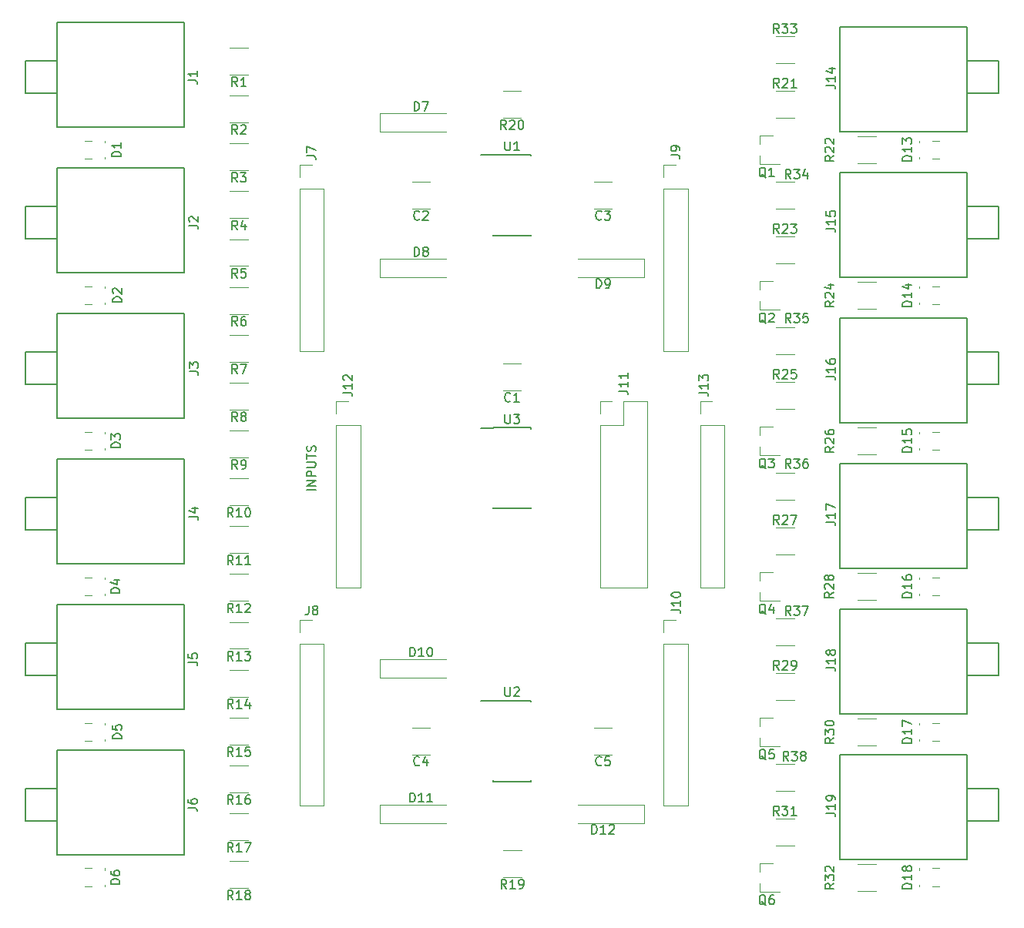
<source format=gbr>
G04 #@! TF.GenerationSoftware,KiCad,Pcbnew,(5.1.5)-3*
G04 #@! TF.CreationDate,2020-08-12T18:08:49-07:00*
G04 #@! TF.ProjectId,NOT,4e4f542e-6b69-4636-9164-5f7063625858,rev?*
G04 #@! TF.SameCoordinates,Original*
G04 #@! TF.FileFunction,Legend,Top*
G04 #@! TF.FilePolarity,Positive*
%FSLAX46Y46*%
G04 Gerber Fmt 4.6, Leading zero omitted, Abs format (unit mm)*
G04 Created by KiCad (PCBNEW (5.1.5)-3) date 2020-08-12 18:08:49*
%MOMM*%
%LPD*%
G04 APERTURE LIST*
%ADD10C,0.150000*%
%ADD11C,0.120000*%
G04 APERTURE END LIST*
D10*
X28452380Y-52404761D02*
X27452380Y-52404761D01*
X28452380Y-51928571D02*
X27452380Y-51928571D01*
X28452380Y-51357142D01*
X27452380Y-51357142D01*
X28452380Y-50880952D02*
X27452380Y-50880952D01*
X27452380Y-50500000D01*
X27500000Y-50404761D01*
X27547619Y-50357142D01*
X27642857Y-50309523D01*
X27785714Y-50309523D01*
X27880952Y-50357142D01*
X27928571Y-50404761D01*
X27976190Y-50500000D01*
X27976190Y-50880952D01*
X27452380Y-49880952D02*
X28261904Y-49880952D01*
X28357142Y-49833333D01*
X28404761Y-49785714D01*
X28452380Y-49690476D01*
X28452380Y-49500000D01*
X28404761Y-49404761D01*
X28357142Y-49357142D01*
X28261904Y-49309523D01*
X27452380Y-49309523D01*
X27452380Y-48976190D02*
X27452380Y-48404761D01*
X28452380Y-48690476D02*
X27452380Y-48690476D01*
X28404761Y-48119047D02*
X28452380Y-47976190D01*
X28452380Y-47738095D01*
X28404761Y-47642857D01*
X28357142Y-47595238D01*
X28261904Y-47547619D01*
X28166666Y-47547619D01*
X28071428Y-47595238D01*
X28023809Y-47642857D01*
X27976190Y-47738095D01*
X27928571Y-47928571D01*
X27880952Y-48023809D01*
X27833333Y-48071428D01*
X27738095Y-48119047D01*
X27642857Y-48119047D01*
X27547619Y-48071428D01*
X27500000Y-48023809D01*
X27452380Y-47928571D01*
X27452380Y-47690476D01*
X27500000Y-47547619D01*
D11*
X77240000Y-29420000D02*
X78700000Y-29420000D01*
X77240000Y-32580000D02*
X79400000Y-32580000D01*
X77240000Y-32580000D02*
X77240000Y-31650000D01*
X77240000Y-29420000D02*
X77240000Y-30350000D01*
X77240000Y-61420000D02*
X78700000Y-61420000D01*
X77240000Y-64580000D02*
X79400000Y-64580000D01*
X77240000Y-64580000D02*
X77240000Y-63650000D01*
X77240000Y-61420000D02*
X77240000Y-62350000D01*
X77240000Y-93420000D02*
X78700000Y-93420000D01*
X77240000Y-96580000D02*
X79400000Y-96580000D01*
X77240000Y-96580000D02*
X77240000Y-95650000D01*
X77240000Y-93420000D02*
X77240000Y-94350000D01*
X26670000Y-87110000D02*
X29330000Y-87110000D01*
X26670000Y-69270000D02*
X26670000Y-87110000D01*
X29330000Y-69270000D02*
X29330000Y-87110000D01*
X26670000Y-69270000D02*
X29330000Y-69270000D01*
X26670000Y-68000000D02*
X26670000Y-66670000D01*
X26670000Y-66670000D02*
X28000000Y-66670000D01*
X26670000Y-37110000D02*
X29330000Y-37110000D01*
X26670000Y-19270000D02*
X26670000Y-37110000D01*
X29330000Y-19270000D02*
X29330000Y-37110000D01*
X26670000Y-19270000D02*
X29330000Y-19270000D01*
X26670000Y-18000000D02*
X26670000Y-16670000D01*
X26670000Y-16670000D02*
X28000000Y-16670000D01*
X59670000Y-42670000D02*
X61000000Y-42670000D01*
X59670000Y-44000000D02*
X59670000Y-42670000D01*
X62270000Y-42670000D02*
X64870000Y-42670000D01*
X62270000Y-45270000D02*
X62270000Y-42670000D01*
X59670000Y-45270000D02*
X62270000Y-45270000D01*
X64870000Y-42670000D02*
X64870000Y-63110000D01*
X59670000Y-45270000D02*
X59670000Y-63110000D01*
X59670000Y-63110000D02*
X64870000Y-63110000D01*
X5280000Y-15825000D02*
X5280000Y-16010000D01*
X5280000Y-13990000D02*
X5280000Y-14175000D01*
X5270000Y-16010000D02*
X5280000Y-16010000D01*
X3080000Y-16010000D02*
X3811000Y-16010000D01*
X5270000Y-13990000D02*
X5280000Y-13990000D01*
X3080000Y-13990000D02*
X3811000Y-13990000D01*
X5280000Y-31825000D02*
X5280000Y-32010000D01*
X5280000Y-29990000D02*
X5280000Y-30175000D01*
X5270000Y-32010000D02*
X5280000Y-32010000D01*
X3080000Y-32010000D02*
X3811000Y-32010000D01*
X5270000Y-29990000D02*
X5280000Y-29990000D01*
X3080000Y-29990000D02*
X3811000Y-29990000D01*
X5280000Y-47825000D02*
X5280000Y-48010000D01*
X5280000Y-45990000D02*
X5280000Y-46175000D01*
X5270000Y-48010000D02*
X5280000Y-48010000D01*
X3080000Y-48010000D02*
X3811000Y-48010000D01*
X5270000Y-45990000D02*
X5280000Y-45990000D01*
X3080000Y-45990000D02*
X3811000Y-45990000D01*
X3080000Y-61990000D02*
X3811000Y-61990000D01*
X5270000Y-61990000D02*
X5280000Y-61990000D01*
X3080000Y-64010000D02*
X3811000Y-64010000D01*
X5270000Y-64010000D02*
X5280000Y-64010000D01*
X5280000Y-61990000D02*
X5280000Y-62175000D01*
X5280000Y-63825000D02*
X5280000Y-64010000D01*
X3080000Y-77990000D02*
X3811000Y-77990000D01*
X5270000Y-77990000D02*
X5280000Y-77990000D01*
X3080000Y-80010000D02*
X3811000Y-80010000D01*
X5270000Y-80010000D02*
X5280000Y-80010000D01*
X5280000Y-77990000D02*
X5280000Y-78175000D01*
X5280000Y-79825000D02*
X5280000Y-80010000D01*
X3080000Y-93990000D02*
X3811000Y-93990000D01*
X5270000Y-93990000D02*
X5280000Y-93990000D01*
X3080000Y-96010000D02*
X3811000Y-96010000D01*
X5270000Y-96010000D02*
X5280000Y-96010000D01*
X5280000Y-93990000D02*
X5280000Y-94175000D01*
X5280000Y-95825000D02*
X5280000Y-96010000D01*
X94720000Y-14175000D02*
X94720000Y-13990000D01*
X94720000Y-16010000D02*
X94720000Y-15825000D01*
X94730000Y-13990000D02*
X94720000Y-13990000D01*
X96920000Y-13990000D02*
X96189000Y-13990000D01*
X94730000Y-16010000D02*
X94720000Y-16010000D01*
X96920000Y-16010000D02*
X96189000Y-16010000D01*
X94720000Y-30175000D02*
X94720000Y-29990000D01*
X94720000Y-32010000D02*
X94720000Y-31825000D01*
X94730000Y-29990000D02*
X94720000Y-29990000D01*
X96920000Y-29990000D02*
X96189000Y-29990000D01*
X94730000Y-32010000D02*
X94720000Y-32010000D01*
X96920000Y-32010000D02*
X96189000Y-32010000D01*
X96920000Y-48010000D02*
X96189000Y-48010000D01*
X94730000Y-48010000D02*
X94720000Y-48010000D01*
X96920000Y-45990000D02*
X96189000Y-45990000D01*
X94730000Y-45990000D02*
X94720000Y-45990000D01*
X94720000Y-48010000D02*
X94720000Y-47825000D01*
X94720000Y-46175000D02*
X94720000Y-45990000D01*
X96920000Y-64010000D02*
X96189000Y-64010000D01*
X94730000Y-64010000D02*
X94720000Y-64010000D01*
X96920000Y-61990000D02*
X96189000Y-61990000D01*
X94730000Y-61990000D02*
X94720000Y-61990000D01*
X94720000Y-64010000D02*
X94720000Y-63825000D01*
X94720000Y-62175000D02*
X94720000Y-61990000D01*
X96920000Y-80010000D02*
X96189000Y-80010000D01*
X94730000Y-80010000D02*
X94720000Y-80010000D01*
X96920000Y-77990000D02*
X96189000Y-77990000D01*
X94730000Y-77990000D02*
X94720000Y-77990000D01*
X94720000Y-80010000D02*
X94720000Y-79825000D01*
X94720000Y-78175000D02*
X94720000Y-77990000D01*
X94720000Y-94175000D02*
X94720000Y-93990000D01*
X94720000Y-96010000D02*
X94720000Y-95825000D01*
X94730000Y-93990000D02*
X94720000Y-93990000D01*
X96920000Y-93990000D02*
X96189000Y-93990000D01*
X94730000Y-96010000D02*
X94720000Y-96010000D01*
X96920000Y-96010000D02*
X96189000Y-96010000D01*
D10*
X0Y-1000000D02*
X14000000Y-1000000D01*
X14000000Y-1000000D02*
X14000000Y-12500000D01*
X14000000Y-12500000D02*
X0Y-12500000D01*
X0Y-12500000D02*
X0Y-1000000D01*
X0Y-5200000D02*
X-3500000Y-5200000D01*
X-3500000Y-5200000D02*
X-3500000Y-8800000D01*
X0Y-8800000D02*
X-3500000Y-8800000D01*
X0Y-17000000D02*
X14000000Y-17000000D01*
X14000000Y-17000000D02*
X14000000Y-28500000D01*
X14000000Y-28500000D02*
X0Y-28500000D01*
X0Y-28500000D02*
X0Y-17000000D01*
X0Y-21200000D02*
X-3500000Y-21200000D01*
X-3500000Y-21200000D02*
X-3500000Y-24800000D01*
X0Y-24800000D02*
X-3500000Y-24800000D01*
X0Y-33000000D02*
X14000000Y-33000000D01*
X14000000Y-33000000D02*
X14000000Y-44500000D01*
X14000000Y-44500000D02*
X0Y-44500000D01*
X0Y-44500000D02*
X0Y-33000000D01*
X0Y-37200000D02*
X-3500000Y-37200000D01*
X-3500000Y-37200000D02*
X-3500000Y-40800000D01*
X0Y-40800000D02*
X-3500000Y-40800000D01*
X0Y-56800000D02*
X-3500000Y-56800000D01*
X-3500000Y-53200000D02*
X-3500000Y-56800000D01*
X0Y-53200000D02*
X-3500000Y-53200000D01*
X0Y-60500000D02*
X0Y-49000000D01*
X14000000Y-60500000D02*
X0Y-60500000D01*
X14000000Y-49000000D02*
X14000000Y-60500000D01*
X0Y-49000000D02*
X14000000Y-49000000D01*
X0Y-72800000D02*
X-3500000Y-72800000D01*
X-3500000Y-69200000D02*
X-3500000Y-72800000D01*
X0Y-69200000D02*
X-3500000Y-69200000D01*
X0Y-76500000D02*
X0Y-65000000D01*
X14000000Y-76500000D02*
X0Y-76500000D01*
X14000000Y-65000000D02*
X14000000Y-76500000D01*
X0Y-65000000D02*
X14000000Y-65000000D01*
X0Y-81000000D02*
X14000000Y-81000000D01*
X14000000Y-81000000D02*
X14000000Y-92500000D01*
X14000000Y-92500000D02*
X0Y-92500000D01*
X0Y-92500000D02*
X0Y-81000000D01*
X0Y-85200000D02*
X-3500000Y-85200000D01*
X-3500000Y-85200000D02*
X-3500000Y-88800000D01*
X0Y-88800000D02*
X-3500000Y-88800000D01*
D11*
X66670000Y-16670000D02*
X68000000Y-16670000D01*
X66670000Y-18000000D02*
X66670000Y-16670000D01*
X66670000Y-19270000D02*
X69330000Y-19270000D01*
X69330000Y-19270000D02*
X69330000Y-37110000D01*
X66670000Y-19270000D02*
X66670000Y-37110000D01*
X66670000Y-37110000D02*
X69330000Y-37110000D01*
X66670000Y-66670000D02*
X68000000Y-66670000D01*
X66670000Y-68000000D02*
X66670000Y-66670000D01*
X66670000Y-69270000D02*
X69330000Y-69270000D01*
X69330000Y-69270000D02*
X69330000Y-87110000D01*
X66670000Y-69270000D02*
X66670000Y-87110000D01*
X66670000Y-87110000D02*
X69330000Y-87110000D01*
X30670000Y-42670000D02*
X32000000Y-42670000D01*
X30670000Y-44000000D02*
X30670000Y-42670000D01*
X30670000Y-45270000D02*
X33330000Y-45270000D01*
X33330000Y-45270000D02*
X33330000Y-63110000D01*
X30670000Y-45270000D02*
X30670000Y-63110000D01*
X30670000Y-63110000D02*
X33330000Y-63110000D01*
X70670000Y-63110000D02*
X73330000Y-63110000D01*
X70670000Y-45270000D02*
X70670000Y-63110000D01*
X73330000Y-45270000D02*
X73330000Y-63110000D01*
X70670000Y-45270000D02*
X73330000Y-45270000D01*
X70670000Y-44000000D02*
X70670000Y-42670000D01*
X70670000Y-42670000D02*
X72000000Y-42670000D01*
D10*
X100000000Y-5200000D02*
X103500000Y-5200000D01*
X103500000Y-8800000D02*
X103500000Y-5200000D01*
X100000000Y-8800000D02*
X103500000Y-8800000D01*
X100000000Y-1500000D02*
X100000000Y-13000000D01*
X86000000Y-1500000D02*
X100000000Y-1500000D01*
X86000000Y-13000000D02*
X86000000Y-1500000D01*
X100000000Y-13000000D02*
X86000000Y-13000000D01*
X100000000Y-21200000D02*
X103500000Y-21200000D01*
X103500000Y-24800000D02*
X103500000Y-21200000D01*
X100000000Y-24800000D02*
X103500000Y-24800000D01*
X100000000Y-17500000D02*
X100000000Y-29000000D01*
X86000000Y-17500000D02*
X100000000Y-17500000D01*
X86000000Y-29000000D02*
X86000000Y-17500000D01*
X100000000Y-29000000D02*
X86000000Y-29000000D01*
X100000000Y-45000000D02*
X86000000Y-45000000D01*
X86000000Y-45000000D02*
X86000000Y-33500000D01*
X86000000Y-33500000D02*
X100000000Y-33500000D01*
X100000000Y-33500000D02*
X100000000Y-45000000D01*
X100000000Y-40800000D02*
X103500000Y-40800000D01*
X103500000Y-40800000D02*
X103500000Y-37200000D01*
X100000000Y-37200000D02*
X103500000Y-37200000D01*
X100000000Y-53200000D02*
X103500000Y-53200000D01*
X103500000Y-56800000D02*
X103500000Y-53200000D01*
X100000000Y-56800000D02*
X103500000Y-56800000D01*
X100000000Y-49500000D02*
X100000000Y-61000000D01*
X86000000Y-49500000D02*
X100000000Y-49500000D01*
X86000000Y-61000000D02*
X86000000Y-49500000D01*
X100000000Y-61000000D02*
X86000000Y-61000000D01*
X100000000Y-69200000D02*
X103500000Y-69200000D01*
X103500000Y-72800000D02*
X103500000Y-69200000D01*
X100000000Y-72800000D02*
X103500000Y-72800000D01*
X100000000Y-65500000D02*
X100000000Y-77000000D01*
X86000000Y-65500000D02*
X100000000Y-65500000D01*
X86000000Y-77000000D02*
X86000000Y-65500000D01*
X100000000Y-77000000D02*
X86000000Y-77000000D01*
X100000000Y-93000000D02*
X86000000Y-93000000D01*
X86000000Y-93000000D02*
X86000000Y-81500000D01*
X86000000Y-81500000D02*
X100000000Y-81500000D01*
X100000000Y-81500000D02*
X100000000Y-93000000D01*
X100000000Y-88800000D02*
X103500000Y-88800000D01*
X103500000Y-88800000D02*
X103500000Y-85200000D01*
X100000000Y-85200000D02*
X103500000Y-85200000D01*
D11*
X51000000Y-38520000D02*
X49000000Y-38520000D01*
X49000000Y-41480000D02*
X51000000Y-41480000D01*
X39000000Y-21480000D02*
X41000000Y-21480000D01*
X41000000Y-18520000D02*
X39000000Y-18520000D01*
X59000000Y-21480000D02*
X61000000Y-21480000D01*
X61000000Y-18520000D02*
X59000000Y-18520000D01*
X41000000Y-78520000D02*
X39000000Y-78520000D01*
X39000000Y-81480000D02*
X41000000Y-81480000D01*
X61000000Y-78520000D02*
X59000000Y-78520000D01*
X59000000Y-81480000D02*
X61000000Y-81480000D01*
X42750000Y-11000000D02*
X35450000Y-11000000D01*
X35450000Y-11000000D02*
X35450000Y-13000000D01*
X35450000Y-13000000D02*
X42750000Y-13000000D01*
X42750000Y-27000000D02*
X35450000Y-27000000D01*
X35450000Y-27000000D02*
X35450000Y-29000000D01*
X35450000Y-29000000D02*
X42750000Y-29000000D01*
X64550000Y-27000000D02*
X57250000Y-27000000D01*
X64550000Y-29000000D02*
X64550000Y-27000000D01*
X57250000Y-29000000D02*
X64550000Y-29000000D01*
X42750000Y-71000000D02*
X35450000Y-71000000D01*
X35450000Y-71000000D02*
X35450000Y-73000000D01*
X35450000Y-73000000D02*
X42750000Y-73000000D01*
X35450000Y-89000000D02*
X42750000Y-89000000D01*
X35450000Y-87000000D02*
X35450000Y-89000000D01*
X42750000Y-87000000D02*
X35450000Y-87000000D01*
X64550000Y-87000000D02*
X57250000Y-87000000D01*
X64550000Y-89000000D02*
X64550000Y-87000000D01*
X57250000Y-89000000D02*
X64550000Y-89000000D01*
X77240000Y-13420000D02*
X77240000Y-14350000D01*
X77240000Y-16580000D02*
X77240000Y-15650000D01*
X77240000Y-16580000D02*
X79400000Y-16580000D01*
X77240000Y-13420000D02*
X78700000Y-13420000D01*
X77240000Y-45420000D02*
X77240000Y-46350000D01*
X77240000Y-48580000D02*
X77240000Y-47650000D01*
X77240000Y-48580000D02*
X79400000Y-48580000D01*
X77240000Y-45420000D02*
X78700000Y-45420000D01*
X77240000Y-77420000D02*
X77240000Y-78350000D01*
X77240000Y-80580000D02*
X77240000Y-79650000D01*
X77240000Y-80580000D02*
X79400000Y-80580000D01*
X77240000Y-77420000D02*
X78700000Y-77420000D01*
X21000000Y-6740000D02*
X19000000Y-6740000D01*
X19000000Y-3780000D02*
X21000000Y-3780000D01*
X21000000Y-12000000D02*
X19000000Y-12000000D01*
X19000000Y-9040000D02*
X21000000Y-9040000D01*
X19000000Y-14300000D02*
X21000000Y-14300000D01*
X21000000Y-17260000D02*
X19000000Y-17260000D01*
X19000000Y-19560000D02*
X21000000Y-19560000D01*
X21000000Y-22520000D02*
X19000000Y-22520000D01*
X21000000Y-27780000D02*
X19000000Y-27780000D01*
X19000000Y-24820000D02*
X21000000Y-24820000D01*
X19000000Y-30080000D02*
X21000000Y-30080000D01*
X21000000Y-33040000D02*
X19000000Y-33040000D01*
X21000000Y-38300000D02*
X19000000Y-38300000D01*
X19000000Y-35340000D02*
X21000000Y-35340000D01*
X19000000Y-40600000D02*
X21000000Y-40600000D01*
X21000000Y-43560000D02*
X19000000Y-43560000D01*
X21000000Y-48800000D02*
X19000000Y-48800000D01*
X19000000Y-45840000D02*
X21000000Y-45840000D01*
X19000000Y-51120000D02*
X21000000Y-51120000D01*
X21000000Y-54080000D02*
X19000000Y-54080000D01*
X21000000Y-59340000D02*
X19000000Y-59340000D01*
X19000000Y-56380000D02*
X21000000Y-56380000D01*
X19000000Y-61640000D02*
X21000000Y-61640000D01*
X21000000Y-64600000D02*
X19000000Y-64600000D01*
X21000000Y-69860000D02*
X19000000Y-69860000D01*
X19000000Y-66900000D02*
X21000000Y-66900000D01*
X19000000Y-72160000D02*
X21000000Y-72160000D01*
X21000000Y-75120000D02*
X19000000Y-75120000D01*
X19000000Y-77420000D02*
X21000000Y-77420000D01*
X21000000Y-80380000D02*
X19000000Y-80380000D01*
X21000000Y-85640000D02*
X19000000Y-85640000D01*
X19000000Y-82680000D02*
X21000000Y-82680000D01*
X19000000Y-87940000D02*
X21000000Y-87940000D01*
X21000000Y-90900000D02*
X19000000Y-90900000D01*
X21000000Y-96160000D02*
X19000000Y-96160000D01*
X19000000Y-93200000D02*
X21000000Y-93200000D01*
X49038000Y-91992000D02*
X51038000Y-91992000D01*
X51038000Y-94952000D02*
X49038000Y-94952000D01*
X49000000Y-8520000D02*
X51000000Y-8520000D01*
X51000000Y-11480000D02*
X49000000Y-11480000D01*
X81000000Y-11480000D02*
X79000000Y-11480000D01*
X79000000Y-8520000D02*
X81000000Y-8520000D01*
X88000000Y-13520000D02*
X90000000Y-13520000D01*
X90000000Y-16480000D02*
X88000000Y-16480000D01*
X81000000Y-27480000D02*
X79000000Y-27480000D01*
X79000000Y-24520000D02*
X81000000Y-24520000D01*
X90000000Y-32480000D02*
X88000000Y-32480000D01*
X88000000Y-29520000D02*
X90000000Y-29520000D01*
X81000000Y-43480000D02*
X79000000Y-43480000D01*
X79000000Y-40520000D02*
X81000000Y-40520000D01*
X90000000Y-48480000D02*
X88000000Y-48480000D01*
X88000000Y-45520000D02*
X90000000Y-45520000D01*
X79000000Y-56520000D02*
X81000000Y-56520000D01*
X81000000Y-59480000D02*
X79000000Y-59480000D01*
X90000000Y-64480000D02*
X88000000Y-64480000D01*
X88000000Y-61520000D02*
X90000000Y-61520000D01*
X79000000Y-72520000D02*
X81000000Y-72520000D01*
X81000000Y-75480000D02*
X79000000Y-75480000D01*
X88000000Y-77520000D02*
X90000000Y-77520000D01*
X90000000Y-80480000D02*
X88000000Y-80480000D01*
X79000000Y-88520000D02*
X81000000Y-88520000D01*
X81000000Y-91480000D02*
X79000000Y-91480000D01*
X88000000Y-93520000D02*
X90000000Y-93520000D01*
X90000000Y-96480000D02*
X88000000Y-96480000D01*
X79000000Y-2520000D02*
X81000000Y-2520000D01*
X81000000Y-5480000D02*
X79000000Y-5480000D01*
X79000000Y-18520000D02*
X81000000Y-18520000D01*
X81000000Y-21480000D02*
X79000000Y-21480000D01*
X79000000Y-34520000D02*
X81000000Y-34520000D01*
X81000000Y-37480000D02*
X79000000Y-37480000D01*
X81000000Y-53480000D02*
X79000000Y-53480000D01*
X79000000Y-50520000D02*
X81000000Y-50520000D01*
X81000000Y-69480000D02*
X79000000Y-69480000D01*
X79000000Y-66520000D02*
X81000000Y-66520000D01*
X79000000Y-82520000D02*
X81000000Y-82520000D01*
X81000000Y-85480000D02*
X79000000Y-85480000D01*
D10*
X47925000Y-15575000D02*
X46550000Y-15575000D01*
X47925000Y-24450000D02*
X52075000Y-24450000D01*
X47925000Y-15550000D02*
X52075000Y-15550000D01*
X47925000Y-24450000D02*
X47925000Y-24335000D01*
X52075000Y-24450000D02*
X52075000Y-24335000D01*
X52075000Y-15550000D02*
X52075000Y-15665000D01*
X47925000Y-15550000D02*
X47925000Y-15575000D01*
X47925000Y-75550000D02*
X47925000Y-75575000D01*
X52075000Y-75550000D02*
X52075000Y-75665000D01*
X52075000Y-84450000D02*
X52075000Y-84335000D01*
X47925000Y-84450000D02*
X47925000Y-84335000D01*
X47925000Y-75550000D02*
X52075000Y-75550000D01*
X47925000Y-84450000D02*
X52075000Y-84450000D01*
X47925000Y-75575000D02*
X46550000Y-75575000D01*
X47925000Y-45575000D02*
X46550000Y-45575000D01*
X47925000Y-54450000D02*
X52075000Y-54450000D01*
X47925000Y-45550000D02*
X52075000Y-45550000D01*
X47925000Y-54450000D02*
X47925000Y-54335000D01*
X52075000Y-54450000D02*
X52075000Y-54335000D01*
X52075000Y-45550000D02*
X52075000Y-45665000D01*
X47925000Y-45550000D02*
X47925000Y-45575000D01*
X77904761Y-34047619D02*
X77809523Y-34000000D01*
X77714285Y-33904761D01*
X77571428Y-33761904D01*
X77476190Y-33714285D01*
X77380952Y-33714285D01*
X77428571Y-33952380D02*
X77333333Y-33904761D01*
X77238095Y-33809523D01*
X77190476Y-33619047D01*
X77190476Y-33285714D01*
X77238095Y-33095238D01*
X77333333Y-33000000D01*
X77428571Y-32952380D01*
X77619047Y-32952380D01*
X77714285Y-33000000D01*
X77809523Y-33095238D01*
X77857142Y-33285714D01*
X77857142Y-33619047D01*
X77809523Y-33809523D01*
X77714285Y-33904761D01*
X77619047Y-33952380D01*
X77428571Y-33952380D01*
X78238095Y-33047619D02*
X78285714Y-33000000D01*
X78380952Y-32952380D01*
X78619047Y-32952380D01*
X78714285Y-33000000D01*
X78761904Y-33047619D01*
X78809523Y-33142857D01*
X78809523Y-33238095D01*
X78761904Y-33380952D01*
X78190476Y-33952380D01*
X78809523Y-33952380D01*
X77904761Y-66047619D02*
X77809523Y-66000000D01*
X77714285Y-65904761D01*
X77571428Y-65761904D01*
X77476190Y-65714285D01*
X77380952Y-65714285D01*
X77428571Y-65952380D02*
X77333333Y-65904761D01*
X77238095Y-65809523D01*
X77190476Y-65619047D01*
X77190476Y-65285714D01*
X77238095Y-65095238D01*
X77333333Y-65000000D01*
X77428571Y-64952380D01*
X77619047Y-64952380D01*
X77714285Y-65000000D01*
X77809523Y-65095238D01*
X77857142Y-65285714D01*
X77857142Y-65619047D01*
X77809523Y-65809523D01*
X77714285Y-65904761D01*
X77619047Y-65952380D01*
X77428571Y-65952380D01*
X78714285Y-65285714D02*
X78714285Y-65952380D01*
X78476190Y-64904761D02*
X78238095Y-65619047D01*
X78857142Y-65619047D01*
X77904761Y-98047619D02*
X77809523Y-98000000D01*
X77714285Y-97904761D01*
X77571428Y-97761904D01*
X77476190Y-97714285D01*
X77380952Y-97714285D01*
X77428571Y-97952380D02*
X77333333Y-97904761D01*
X77238095Y-97809523D01*
X77190476Y-97619047D01*
X77190476Y-97285714D01*
X77238095Y-97095238D01*
X77333333Y-97000000D01*
X77428571Y-96952380D01*
X77619047Y-96952380D01*
X77714285Y-97000000D01*
X77809523Y-97095238D01*
X77857142Y-97285714D01*
X77857142Y-97619047D01*
X77809523Y-97809523D01*
X77714285Y-97904761D01*
X77619047Y-97952380D01*
X77428571Y-97952380D01*
X78714285Y-96952380D02*
X78523809Y-96952380D01*
X78428571Y-97000000D01*
X78380952Y-97047619D01*
X78285714Y-97190476D01*
X78238095Y-97380952D01*
X78238095Y-97761904D01*
X78285714Y-97857142D01*
X78333333Y-97904761D01*
X78428571Y-97952380D01*
X78619047Y-97952380D01*
X78714285Y-97904761D01*
X78761904Y-97857142D01*
X78809523Y-97761904D01*
X78809523Y-97523809D01*
X78761904Y-97428571D01*
X78714285Y-97380952D01*
X78619047Y-97333333D01*
X78428571Y-97333333D01*
X78333333Y-97380952D01*
X78285714Y-97428571D01*
X78238095Y-97523809D01*
X27666666Y-65122380D02*
X27666666Y-65836666D01*
X27619047Y-65979523D01*
X27523809Y-66074761D01*
X27380952Y-66122380D01*
X27285714Y-66122380D01*
X28285714Y-65550952D02*
X28190476Y-65503333D01*
X28142857Y-65455714D01*
X28095238Y-65360476D01*
X28095238Y-65312857D01*
X28142857Y-65217619D01*
X28190476Y-65170000D01*
X28285714Y-65122380D01*
X28476190Y-65122380D01*
X28571428Y-65170000D01*
X28619047Y-65217619D01*
X28666666Y-65312857D01*
X28666666Y-65360476D01*
X28619047Y-65455714D01*
X28571428Y-65503333D01*
X28476190Y-65550952D01*
X28285714Y-65550952D01*
X28190476Y-65598571D01*
X28142857Y-65646190D01*
X28095238Y-65741428D01*
X28095238Y-65931904D01*
X28142857Y-66027142D01*
X28190476Y-66074761D01*
X28285714Y-66122380D01*
X28476190Y-66122380D01*
X28571428Y-66074761D01*
X28619047Y-66027142D01*
X28666666Y-65931904D01*
X28666666Y-65741428D01*
X28619047Y-65646190D01*
X28571428Y-65598571D01*
X28476190Y-65550952D01*
X27450800Y-15661213D02*
X28165086Y-15661213D01*
X28307943Y-15708832D01*
X28403181Y-15804070D01*
X28450800Y-15946927D01*
X28450800Y-16042165D01*
X27450800Y-15280260D02*
X27450800Y-14613594D01*
X28450800Y-15042165D01*
X61742380Y-41501523D02*
X62456666Y-41501523D01*
X62599523Y-41549142D01*
X62694761Y-41644380D01*
X62742380Y-41787238D01*
X62742380Y-41882476D01*
X62742380Y-40501523D02*
X62742380Y-41072952D01*
X62742380Y-40787238D02*
X61742380Y-40787238D01*
X61885238Y-40882476D01*
X61980476Y-40977714D01*
X62028095Y-41072952D01*
X62742380Y-39549142D02*
X62742380Y-40120571D01*
X62742380Y-39834857D02*
X61742380Y-39834857D01*
X61885238Y-39930095D01*
X61980476Y-40025333D01*
X62028095Y-40120571D01*
X7043680Y-15741875D02*
X6043680Y-15741875D01*
X6043680Y-15503780D01*
X6091300Y-15360922D01*
X6186538Y-15265684D01*
X6281776Y-15218065D01*
X6472252Y-15170446D01*
X6615109Y-15170446D01*
X6805585Y-15218065D01*
X6900823Y-15265684D01*
X6996061Y-15360922D01*
X7043680Y-15503780D01*
X7043680Y-15741875D01*
X7043680Y-14218065D02*
X7043680Y-14789494D01*
X7043680Y-14503780D02*
X6043680Y-14503780D01*
X6186538Y-14599018D01*
X6281776Y-14694256D01*
X6329395Y-14789494D01*
X7112260Y-31736255D02*
X6112260Y-31736255D01*
X6112260Y-31498160D01*
X6159880Y-31355302D01*
X6255118Y-31260064D01*
X6350356Y-31212445D01*
X6540832Y-31164826D01*
X6683689Y-31164826D01*
X6874165Y-31212445D01*
X6969403Y-31260064D01*
X7064641Y-31355302D01*
X7112260Y-31498160D01*
X7112260Y-31736255D01*
X6207499Y-30783874D02*
X6159880Y-30736255D01*
X6112260Y-30641017D01*
X6112260Y-30402921D01*
X6159880Y-30307683D01*
X6207499Y-30260064D01*
X6302737Y-30212445D01*
X6397975Y-30212445D01*
X6540832Y-30260064D01*
X7112260Y-30831493D01*
X7112260Y-30212445D01*
X6977640Y-47738255D02*
X5977640Y-47738255D01*
X5977640Y-47500160D01*
X6025260Y-47357302D01*
X6120498Y-47262064D01*
X6215736Y-47214445D01*
X6406212Y-47166826D01*
X6549069Y-47166826D01*
X6739545Y-47214445D01*
X6834783Y-47262064D01*
X6930021Y-47357302D01*
X6977640Y-47500160D01*
X6977640Y-47738255D01*
X5977640Y-46833493D02*
X5977640Y-46214445D01*
X6358593Y-46547779D01*
X6358593Y-46404921D01*
X6406212Y-46309683D01*
X6453831Y-46262064D01*
X6549069Y-46214445D01*
X6787164Y-46214445D01*
X6882402Y-46262064D01*
X6930021Y-46309683D01*
X6977640Y-46404921D01*
X6977640Y-46690636D01*
X6930021Y-46785874D01*
X6882402Y-46833493D01*
X6906520Y-63740255D02*
X5906520Y-63740255D01*
X5906520Y-63502160D01*
X5954140Y-63359302D01*
X6049378Y-63264064D01*
X6144616Y-63216445D01*
X6335092Y-63168826D01*
X6477949Y-63168826D01*
X6668425Y-63216445D01*
X6763663Y-63264064D01*
X6858901Y-63359302D01*
X6906520Y-63502160D01*
X6906520Y-63740255D01*
X6239854Y-62311683D02*
X6906520Y-62311683D01*
X5858901Y-62549779D02*
X6573187Y-62787874D01*
X6573187Y-62168826D01*
X7102100Y-79742255D02*
X6102100Y-79742255D01*
X6102100Y-79504160D01*
X6149720Y-79361302D01*
X6244958Y-79266064D01*
X6340196Y-79218445D01*
X6530672Y-79170826D01*
X6673529Y-79170826D01*
X6864005Y-79218445D01*
X6959243Y-79266064D01*
X7054481Y-79361302D01*
X7102100Y-79504160D01*
X7102100Y-79742255D01*
X6102100Y-78266064D02*
X6102100Y-78742255D01*
X6578291Y-78789874D01*
X6530672Y-78742255D01*
X6483053Y-78647017D01*
X6483053Y-78408921D01*
X6530672Y-78313683D01*
X6578291Y-78266064D01*
X6673529Y-78218445D01*
X6911624Y-78218445D01*
X7006862Y-78266064D01*
X7054481Y-78313683D01*
X7102100Y-78408921D01*
X7102100Y-78647017D01*
X7054481Y-78742255D01*
X7006862Y-78789874D01*
X6903980Y-95736635D02*
X5903980Y-95736635D01*
X5903980Y-95498540D01*
X5951600Y-95355682D01*
X6046838Y-95260444D01*
X6142076Y-95212825D01*
X6332552Y-95165206D01*
X6475409Y-95165206D01*
X6665885Y-95212825D01*
X6761123Y-95260444D01*
X6856361Y-95355682D01*
X6903980Y-95498540D01*
X6903980Y-95736635D01*
X5903980Y-94308063D02*
X5903980Y-94498540D01*
X5951600Y-94593778D01*
X5999219Y-94641397D01*
X6142076Y-94736635D01*
X6332552Y-94784254D01*
X6713504Y-94784254D01*
X6808742Y-94736635D01*
X6856361Y-94689016D01*
X6903980Y-94593778D01*
X6903980Y-94403301D01*
X6856361Y-94308063D01*
X6808742Y-94260444D01*
X6713504Y-94212825D01*
X6475409Y-94212825D01*
X6380171Y-94260444D01*
X6332552Y-94308063D01*
X6284933Y-94403301D01*
X6284933Y-94593778D01*
X6332552Y-94689016D01*
X6380171Y-94736635D01*
X6475409Y-94784254D01*
X93924380Y-16200285D02*
X92924380Y-16200285D01*
X92924380Y-15962190D01*
X92972000Y-15819333D01*
X93067238Y-15724095D01*
X93162476Y-15676476D01*
X93352952Y-15628857D01*
X93495809Y-15628857D01*
X93686285Y-15676476D01*
X93781523Y-15724095D01*
X93876761Y-15819333D01*
X93924380Y-15962190D01*
X93924380Y-16200285D01*
X93924380Y-14676476D02*
X93924380Y-15247904D01*
X93924380Y-14962190D02*
X92924380Y-14962190D01*
X93067238Y-15057428D01*
X93162476Y-15152666D01*
X93210095Y-15247904D01*
X92924380Y-14343142D02*
X92924380Y-13724095D01*
X93305333Y-14057428D01*
X93305333Y-13914571D01*
X93352952Y-13819333D01*
X93400571Y-13771714D01*
X93495809Y-13724095D01*
X93733904Y-13724095D01*
X93829142Y-13771714D01*
X93876761Y-13819333D01*
X93924380Y-13914571D01*
X93924380Y-14200285D01*
X93876761Y-14295523D01*
X93829142Y-14343142D01*
X93924380Y-32202285D02*
X92924380Y-32202285D01*
X92924380Y-31964190D01*
X92972000Y-31821333D01*
X93067238Y-31726095D01*
X93162476Y-31678476D01*
X93352952Y-31630857D01*
X93495809Y-31630857D01*
X93686285Y-31678476D01*
X93781523Y-31726095D01*
X93876761Y-31821333D01*
X93924380Y-31964190D01*
X93924380Y-32202285D01*
X93924380Y-30678476D02*
X93924380Y-31249904D01*
X93924380Y-30964190D02*
X92924380Y-30964190D01*
X93067238Y-31059428D01*
X93162476Y-31154666D01*
X93210095Y-31249904D01*
X93257714Y-29821333D02*
X93924380Y-29821333D01*
X92876761Y-30059428D02*
X93591047Y-30297523D01*
X93591047Y-29678476D01*
X93924380Y-48204285D02*
X92924380Y-48204285D01*
X92924380Y-47966190D01*
X92972000Y-47823333D01*
X93067238Y-47728095D01*
X93162476Y-47680476D01*
X93352952Y-47632857D01*
X93495809Y-47632857D01*
X93686285Y-47680476D01*
X93781523Y-47728095D01*
X93876761Y-47823333D01*
X93924380Y-47966190D01*
X93924380Y-48204285D01*
X93924380Y-46680476D02*
X93924380Y-47251904D01*
X93924380Y-46966190D02*
X92924380Y-46966190D01*
X93067238Y-47061428D01*
X93162476Y-47156666D01*
X93210095Y-47251904D01*
X92924380Y-45775714D02*
X92924380Y-46251904D01*
X93400571Y-46299523D01*
X93352952Y-46251904D01*
X93305333Y-46156666D01*
X93305333Y-45918571D01*
X93352952Y-45823333D01*
X93400571Y-45775714D01*
X93495809Y-45728095D01*
X93733904Y-45728095D01*
X93829142Y-45775714D01*
X93876761Y-45823333D01*
X93924380Y-45918571D01*
X93924380Y-46156666D01*
X93876761Y-46251904D01*
X93829142Y-46299523D01*
X93924380Y-64206285D02*
X92924380Y-64206285D01*
X92924380Y-63968190D01*
X92972000Y-63825333D01*
X93067238Y-63730095D01*
X93162476Y-63682476D01*
X93352952Y-63634857D01*
X93495809Y-63634857D01*
X93686285Y-63682476D01*
X93781523Y-63730095D01*
X93876761Y-63825333D01*
X93924380Y-63968190D01*
X93924380Y-64206285D01*
X93924380Y-62682476D02*
X93924380Y-63253904D01*
X93924380Y-62968190D02*
X92924380Y-62968190D01*
X93067238Y-63063428D01*
X93162476Y-63158666D01*
X93210095Y-63253904D01*
X92924380Y-61825333D02*
X92924380Y-62015809D01*
X92972000Y-62111047D01*
X93019619Y-62158666D01*
X93162476Y-62253904D01*
X93352952Y-62301523D01*
X93733904Y-62301523D01*
X93829142Y-62253904D01*
X93876761Y-62206285D01*
X93924380Y-62111047D01*
X93924380Y-61920571D01*
X93876761Y-61825333D01*
X93829142Y-61777714D01*
X93733904Y-61730095D01*
X93495809Y-61730095D01*
X93400571Y-61777714D01*
X93352952Y-61825333D01*
X93305333Y-61920571D01*
X93305333Y-62111047D01*
X93352952Y-62206285D01*
X93400571Y-62253904D01*
X93495809Y-62301523D01*
X93924380Y-80208285D02*
X92924380Y-80208285D01*
X92924380Y-79970190D01*
X92972000Y-79827333D01*
X93067238Y-79732095D01*
X93162476Y-79684476D01*
X93352952Y-79636857D01*
X93495809Y-79636857D01*
X93686285Y-79684476D01*
X93781523Y-79732095D01*
X93876761Y-79827333D01*
X93924380Y-79970190D01*
X93924380Y-80208285D01*
X93924380Y-78684476D02*
X93924380Y-79255904D01*
X93924380Y-78970190D02*
X92924380Y-78970190D01*
X93067238Y-79065428D01*
X93162476Y-79160666D01*
X93210095Y-79255904D01*
X92924380Y-78351142D02*
X92924380Y-77684476D01*
X93924380Y-78113047D01*
X93924380Y-96210285D02*
X92924380Y-96210285D01*
X92924380Y-95972190D01*
X92972000Y-95829333D01*
X93067238Y-95734095D01*
X93162476Y-95686476D01*
X93352952Y-95638857D01*
X93495809Y-95638857D01*
X93686285Y-95686476D01*
X93781523Y-95734095D01*
X93876761Y-95829333D01*
X93924380Y-95972190D01*
X93924380Y-96210285D01*
X93924380Y-94686476D02*
X93924380Y-95257904D01*
X93924380Y-94972190D02*
X92924380Y-94972190D01*
X93067238Y-95067428D01*
X93162476Y-95162666D01*
X93210095Y-95257904D01*
X93352952Y-94115047D02*
X93305333Y-94210285D01*
X93257714Y-94257904D01*
X93162476Y-94305523D01*
X93114857Y-94305523D01*
X93019619Y-94257904D01*
X92972000Y-94210285D01*
X92924380Y-94115047D01*
X92924380Y-93924571D01*
X92972000Y-93829333D01*
X93019619Y-93781714D01*
X93114857Y-93734095D01*
X93162476Y-93734095D01*
X93257714Y-93781714D01*
X93305333Y-93829333D01*
X93352952Y-93924571D01*
X93352952Y-94115047D01*
X93400571Y-94210285D01*
X93448190Y-94257904D01*
X93543428Y-94305523D01*
X93733904Y-94305523D01*
X93829142Y-94257904D01*
X93876761Y-94210285D01*
X93924380Y-94115047D01*
X93924380Y-93924571D01*
X93876761Y-93829333D01*
X93829142Y-93781714D01*
X93733904Y-93734095D01*
X93543428Y-93734095D01*
X93448190Y-93781714D01*
X93400571Y-93829333D01*
X93352952Y-93924571D01*
X14430760Y-7341193D02*
X15145046Y-7341193D01*
X15287903Y-7388812D01*
X15383141Y-7484050D01*
X15430760Y-7626907D01*
X15430760Y-7722145D01*
X15430760Y-6341193D02*
X15430760Y-6912621D01*
X15430760Y-6626907D02*
X14430760Y-6626907D01*
X14573618Y-6722145D01*
X14668856Y-6817383D01*
X14716475Y-6912621D01*
X14519660Y-23317793D02*
X15233946Y-23317793D01*
X15376803Y-23365412D01*
X15472041Y-23460650D01*
X15519660Y-23603507D01*
X15519660Y-23698745D01*
X14614899Y-22889221D02*
X14567280Y-22841602D01*
X14519660Y-22746364D01*
X14519660Y-22508269D01*
X14567280Y-22413031D01*
X14614899Y-22365412D01*
X14710137Y-22317793D01*
X14805375Y-22317793D01*
X14948232Y-22365412D01*
X15519660Y-22936840D01*
X15519660Y-22317793D01*
X14542520Y-39360433D02*
X15256806Y-39360433D01*
X15399663Y-39408052D01*
X15494901Y-39503290D01*
X15542520Y-39646147D01*
X15542520Y-39741385D01*
X14542520Y-38979480D02*
X14542520Y-38360433D01*
X14923473Y-38693766D01*
X14923473Y-38550909D01*
X14971092Y-38455671D01*
X15018711Y-38408052D01*
X15113949Y-38360433D01*
X15352044Y-38360433D01*
X15447282Y-38408052D01*
X15494901Y-38455671D01*
X15542520Y-38550909D01*
X15542520Y-38836623D01*
X15494901Y-38931861D01*
X15447282Y-38979480D01*
X14522200Y-55314173D02*
X15236486Y-55314173D01*
X15379343Y-55361792D01*
X15474581Y-55457030D01*
X15522200Y-55599887D01*
X15522200Y-55695125D01*
X14855534Y-54409411D02*
X15522200Y-54409411D01*
X14474581Y-54647506D02*
X15188867Y-54885601D01*
X15188867Y-54266554D01*
X14440920Y-71326333D02*
X15155206Y-71326333D01*
X15298063Y-71373952D01*
X15393301Y-71469190D01*
X15440920Y-71612047D01*
X15440920Y-71707285D01*
X14440920Y-70373952D02*
X14440920Y-70850142D01*
X14917111Y-70897761D01*
X14869492Y-70850142D01*
X14821873Y-70754904D01*
X14821873Y-70516809D01*
X14869492Y-70421571D01*
X14917111Y-70373952D01*
X15012349Y-70326333D01*
X15250444Y-70326333D01*
X15345682Y-70373952D01*
X15393301Y-70421571D01*
X15440920Y-70516809D01*
X15440920Y-70754904D01*
X15393301Y-70850142D01*
X15345682Y-70897761D01*
X14395200Y-87335953D02*
X15109486Y-87335953D01*
X15252343Y-87383572D01*
X15347581Y-87478810D01*
X15395200Y-87621667D01*
X15395200Y-87716905D01*
X14395200Y-86431191D02*
X14395200Y-86621667D01*
X14442820Y-86716905D01*
X14490439Y-86764524D01*
X14633296Y-86859762D01*
X14823772Y-86907381D01*
X15204724Y-86907381D01*
X15299962Y-86859762D01*
X15347581Y-86812143D01*
X15395200Y-86716905D01*
X15395200Y-86526429D01*
X15347581Y-86431191D01*
X15299962Y-86383572D01*
X15204724Y-86335953D01*
X14966629Y-86335953D01*
X14871391Y-86383572D01*
X14823772Y-86431191D01*
X14776153Y-86526429D01*
X14776153Y-86716905D01*
X14823772Y-86812143D01*
X14871391Y-86859762D01*
X14966629Y-86907381D01*
X67452380Y-15573333D02*
X68166666Y-15573333D01*
X68309523Y-15620952D01*
X68404761Y-15716190D01*
X68452380Y-15859047D01*
X68452380Y-15954285D01*
X68452380Y-15049523D02*
X68452380Y-14859047D01*
X68404761Y-14763809D01*
X68357142Y-14716190D01*
X68214285Y-14620952D01*
X68023809Y-14573333D01*
X67642857Y-14573333D01*
X67547619Y-14620952D01*
X67500000Y-14668571D01*
X67452380Y-14763809D01*
X67452380Y-14954285D01*
X67500000Y-15049523D01*
X67547619Y-15097142D01*
X67642857Y-15144761D01*
X67880952Y-15144761D01*
X67976190Y-15097142D01*
X68023809Y-15049523D01*
X68071428Y-14954285D01*
X68071428Y-14763809D01*
X68023809Y-14668571D01*
X67976190Y-14620952D01*
X67880952Y-14573333D01*
X67524380Y-65579523D02*
X68238666Y-65579523D01*
X68381523Y-65627142D01*
X68476761Y-65722380D01*
X68524380Y-65865238D01*
X68524380Y-65960476D01*
X68524380Y-64579523D02*
X68524380Y-65150952D01*
X68524380Y-64865238D02*
X67524380Y-64865238D01*
X67667238Y-64960476D01*
X67762476Y-65055714D01*
X67810095Y-65150952D01*
X67524380Y-63960476D02*
X67524380Y-63865238D01*
X67572000Y-63770000D01*
X67619619Y-63722380D01*
X67714857Y-63674761D01*
X67905333Y-63627142D01*
X68143428Y-63627142D01*
X68333904Y-63674761D01*
X68429142Y-63722380D01*
X68476761Y-63770000D01*
X68524380Y-63865238D01*
X68524380Y-63960476D01*
X68476761Y-64055714D01*
X68429142Y-64103333D01*
X68333904Y-64150952D01*
X68143428Y-64198571D01*
X67905333Y-64198571D01*
X67714857Y-64150952D01*
X67619619Y-64103333D01*
X67572000Y-64055714D01*
X67524380Y-63960476D01*
X31456380Y-41703523D02*
X32170666Y-41703523D01*
X32313523Y-41751142D01*
X32408761Y-41846380D01*
X32456380Y-41989238D01*
X32456380Y-42084476D01*
X32456380Y-40703523D02*
X32456380Y-41274952D01*
X32456380Y-40989238D02*
X31456380Y-40989238D01*
X31599238Y-41084476D01*
X31694476Y-41179714D01*
X31742095Y-41274952D01*
X31551619Y-40322571D02*
X31504000Y-40274952D01*
X31456380Y-40179714D01*
X31456380Y-39941619D01*
X31504000Y-39846380D01*
X31551619Y-39798761D01*
X31646857Y-39751142D01*
X31742095Y-39751142D01*
X31884952Y-39798761D01*
X32456380Y-40370190D01*
X32456380Y-39751142D01*
X70572380Y-41703523D02*
X71286666Y-41703523D01*
X71429523Y-41751142D01*
X71524761Y-41846380D01*
X71572380Y-41989238D01*
X71572380Y-42084476D01*
X71572380Y-40703523D02*
X71572380Y-41274952D01*
X71572380Y-40989238D02*
X70572380Y-40989238D01*
X70715238Y-41084476D01*
X70810476Y-41179714D01*
X70858095Y-41274952D01*
X70572380Y-40370190D02*
X70572380Y-39751142D01*
X70953333Y-40084476D01*
X70953333Y-39941619D01*
X71000952Y-39846380D01*
X71048571Y-39798761D01*
X71143809Y-39751142D01*
X71381904Y-39751142D01*
X71477142Y-39798761D01*
X71524761Y-39846380D01*
X71572380Y-39941619D01*
X71572380Y-40227333D01*
X71524761Y-40322571D01*
X71477142Y-40370190D01*
X84542380Y-7921523D02*
X85256666Y-7921523D01*
X85399523Y-7969142D01*
X85494761Y-8064380D01*
X85542380Y-8207238D01*
X85542380Y-8302476D01*
X85542380Y-6921523D02*
X85542380Y-7492952D01*
X85542380Y-7207238D02*
X84542380Y-7207238D01*
X84685238Y-7302476D01*
X84780476Y-7397714D01*
X84828095Y-7492952D01*
X84875714Y-6064380D02*
X85542380Y-6064380D01*
X84494761Y-6302476D02*
X85209047Y-6540571D01*
X85209047Y-5921523D01*
X84542380Y-23669523D02*
X85256666Y-23669523D01*
X85399523Y-23717142D01*
X85494761Y-23812380D01*
X85542380Y-23955238D01*
X85542380Y-24050476D01*
X85542380Y-22669523D02*
X85542380Y-23240952D01*
X85542380Y-22955238D02*
X84542380Y-22955238D01*
X84685238Y-23050476D01*
X84780476Y-23145714D01*
X84828095Y-23240952D01*
X84542380Y-21764761D02*
X84542380Y-22240952D01*
X85018571Y-22288571D01*
X84970952Y-22240952D01*
X84923333Y-22145714D01*
X84923333Y-21907619D01*
X84970952Y-21812380D01*
X85018571Y-21764761D01*
X85113809Y-21717142D01*
X85351904Y-21717142D01*
X85447142Y-21764761D01*
X85494761Y-21812380D01*
X85542380Y-21907619D01*
X85542380Y-22145714D01*
X85494761Y-22240952D01*
X85447142Y-22288571D01*
X84542380Y-39925523D02*
X85256666Y-39925523D01*
X85399523Y-39973142D01*
X85494761Y-40068380D01*
X85542380Y-40211238D01*
X85542380Y-40306476D01*
X85542380Y-38925523D02*
X85542380Y-39496952D01*
X85542380Y-39211238D02*
X84542380Y-39211238D01*
X84685238Y-39306476D01*
X84780476Y-39401714D01*
X84828095Y-39496952D01*
X84542380Y-38068380D02*
X84542380Y-38258857D01*
X84590000Y-38354095D01*
X84637619Y-38401714D01*
X84780476Y-38496952D01*
X84970952Y-38544571D01*
X85351904Y-38544571D01*
X85447142Y-38496952D01*
X85494761Y-38449333D01*
X85542380Y-38354095D01*
X85542380Y-38163619D01*
X85494761Y-38068380D01*
X85447142Y-38020761D01*
X85351904Y-37973142D01*
X85113809Y-37973142D01*
X85018571Y-38020761D01*
X84970952Y-38068380D01*
X84923333Y-38163619D01*
X84923333Y-38354095D01*
X84970952Y-38449333D01*
X85018571Y-38496952D01*
X85113809Y-38544571D01*
X84542380Y-55927523D02*
X85256666Y-55927523D01*
X85399523Y-55975142D01*
X85494761Y-56070380D01*
X85542380Y-56213238D01*
X85542380Y-56308476D01*
X85542380Y-54927523D02*
X85542380Y-55498952D01*
X85542380Y-55213238D02*
X84542380Y-55213238D01*
X84685238Y-55308476D01*
X84780476Y-55403714D01*
X84828095Y-55498952D01*
X84542380Y-54594190D02*
X84542380Y-53927523D01*
X85542380Y-54356095D01*
X84542380Y-71929523D02*
X85256666Y-71929523D01*
X85399523Y-71977142D01*
X85494761Y-72072380D01*
X85542380Y-72215238D01*
X85542380Y-72310476D01*
X85542380Y-70929523D02*
X85542380Y-71500952D01*
X85542380Y-71215238D02*
X84542380Y-71215238D01*
X84685238Y-71310476D01*
X84780476Y-71405714D01*
X84828095Y-71500952D01*
X84970952Y-70358095D02*
X84923333Y-70453333D01*
X84875714Y-70500952D01*
X84780476Y-70548571D01*
X84732857Y-70548571D01*
X84637619Y-70500952D01*
X84590000Y-70453333D01*
X84542380Y-70358095D01*
X84542380Y-70167619D01*
X84590000Y-70072380D01*
X84637619Y-70024761D01*
X84732857Y-69977142D01*
X84780476Y-69977142D01*
X84875714Y-70024761D01*
X84923333Y-70072380D01*
X84970952Y-70167619D01*
X84970952Y-70358095D01*
X85018571Y-70453333D01*
X85066190Y-70500952D01*
X85161428Y-70548571D01*
X85351904Y-70548571D01*
X85447142Y-70500952D01*
X85494761Y-70453333D01*
X85542380Y-70358095D01*
X85542380Y-70167619D01*
X85494761Y-70072380D01*
X85447142Y-70024761D01*
X85351904Y-69977142D01*
X85161428Y-69977142D01*
X85066190Y-70024761D01*
X85018571Y-70072380D01*
X84970952Y-70167619D01*
X84542380Y-87931523D02*
X85256666Y-87931523D01*
X85399523Y-87979142D01*
X85494761Y-88074380D01*
X85542380Y-88217238D01*
X85542380Y-88312476D01*
X85542380Y-86931523D02*
X85542380Y-87502952D01*
X85542380Y-87217238D02*
X84542380Y-87217238D01*
X84685238Y-87312476D01*
X84780476Y-87407714D01*
X84828095Y-87502952D01*
X85542380Y-86455333D02*
X85542380Y-86264857D01*
X85494761Y-86169619D01*
X85447142Y-86122000D01*
X85304285Y-86026761D01*
X85113809Y-85979142D01*
X84732857Y-85979142D01*
X84637619Y-86026761D01*
X84590000Y-86074380D01*
X84542380Y-86169619D01*
X84542380Y-86360095D01*
X84590000Y-86455333D01*
X84637619Y-86502952D01*
X84732857Y-86550571D01*
X84970952Y-86550571D01*
X85066190Y-86502952D01*
X85113809Y-86455333D01*
X85161428Y-86360095D01*
X85161428Y-86169619D01*
X85113809Y-86074380D01*
X85066190Y-86026761D01*
X84970952Y-85979142D01*
X49833333Y-42607142D02*
X49785714Y-42654761D01*
X49642857Y-42702380D01*
X49547619Y-42702380D01*
X49404761Y-42654761D01*
X49309523Y-42559523D01*
X49261904Y-42464285D01*
X49214285Y-42273809D01*
X49214285Y-42130952D01*
X49261904Y-41940476D01*
X49309523Y-41845238D01*
X49404761Y-41750000D01*
X49547619Y-41702380D01*
X49642857Y-41702380D01*
X49785714Y-41750000D01*
X49833333Y-41797619D01*
X50785714Y-42702380D02*
X50214285Y-42702380D01*
X50500000Y-42702380D02*
X50500000Y-41702380D01*
X50404761Y-41845238D01*
X50309523Y-41940476D01*
X50214285Y-41988095D01*
X39833333Y-22607142D02*
X39785714Y-22654761D01*
X39642857Y-22702380D01*
X39547619Y-22702380D01*
X39404761Y-22654761D01*
X39309523Y-22559523D01*
X39261904Y-22464285D01*
X39214285Y-22273809D01*
X39214285Y-22130952D01*
X39261904Y-21940476D01*
X39309523Y-21845238D01*
X39404761Y-21750000D01*
X39547619Y-21702380D01*
X39642857Y-21702380D01*
X39785714Y-21750000D01*
X39833333Y-21797619D01*
X40214285Y-21797619D02*
X40261904Y-21750000D01*
X40357142Y-21702380D01*
X40595238Y-21702380D01*
X40690476Y-21750000D01*
X40738095Y-21797619D01*
X40785714Y-21892857D01*
X40785714Y-21988095D01*
X40738095Y-22130952D01*
X40166666Y-22702380D01*
X40785714Y-22702380D01*
X59833333Y-22607142D02*
X59785714Y-22654761D01*
X59642857Y-22702380D01*
X59547619Y-22702380D01*
X59404761Y-22654761D01*
X59309523Y-22559523D01*
X59261904Y-22464285D01*
X59214285Y-22273809D01*
X59214285Y-22130952D01*
X59261904Y-21940476D01*
X59309523Y-21845238D01*
X59404761Y-21750000D01*
X59547619Y-21702380D01*
X59642857Y-21702380D01*
X59785714Y-21750000D01*
X59833333Y-21797619D01*
X60166666Y-21702380D02*
X60785714Y-21702380D01*
X60452380Y-22083333D01*
X60595238Y-22083333D01*
X60690476Y-22130952D01*
X60738095Y-22178571D01*
X60785714Y-22273809D01*
X60785714Y-22511904D01*
X60738095Y-22607142D01*
X60690476Y-22654761D01*
X60595238Y-22702380D01*
X60309523Y-22702380D01*
X60214285Y-22654761D01*
X60166666Y-22607142D01*
X39833333Y-82607142D02*
X39785714Y-82654761D01*
X39642857Y-82702380D01*
X39547619Y-82702380D01*
X39404761Y-82654761D01*
X39309523Y-82559523D01*
X39261904Y-82464285D01*
X39214285Y-82273809D01*
X39214285Y-82130952D01*
X39261904Y-81940476D01*
X39309523Y-81845238D01*
X39404761Y-81750000D01*
X39547619Y-81702380D01*
X39642857Y-81702380D01*
X39785714Y-81750000D01*
X39833333Y-81797619D01*
X40690476Y-82035714D02*
X40690476Y-82702380D01*
X40452380Y-81654761D02*
X40214285Y-82369047D01*
X40833333Y-82369047D01*
X59833333Y-82607142D02*
X59785714Y-82654761D01*
X59642857Y-82702380D01*
X59547619Y-82702380D01*
X59404761Y-82654761D01*
X59309523Y-82559523D01*
X59261904Y-82464285D01*
X59214285Y-82273809D01*
X59214285Y-82130952D01*
X59261904Y-81940476D01*
X59309523Y-81845238D01*
X59404761Y-81750000D01*
X59547619Y-81702380D01*
X59642857Y-81702380D01*
X59785714Y-81750000D01*
X59833333Y-81797619D01*
X60738095Y-81702380D02*
X60261904Y-81702380D01*
X60214285Y-82178571D01*
X60261904Y-82130952D01*
X60357142Y-82083333D01*
X60595238Y-82083333D01*
X60690476Y-82130952D01*
X60738095Y-82178571D01*
X60785714Y-82273809D01*
X60785714Y-82511904D01*
X60738095Y-82607142D01*
X60690476Y-82654761D01*
X60595238Y-82702380D01*
X60357142Y-82702380D01*
X60261904Y-82654761D01*
X60214285Y-82607142D01*
X39261904Y-10702380D02*
X39261904Y-9702380D01*
X39500000Y-9702380D01*
X39642857Y-9750000D01*
X39738095Y-9845238D01*
X39785714Y-9940476D01*
X39833333Y-10130952D01*
X39833333Y-10273809D01*
X39785714Y-10464285D01*
X39738095Y-10559523D01*
X39642857Y-10654761D01*
X39500000Y-10702380D01*
X39261904Y-10702380D01*
X40166666Y-9702380D02*
X40833333Y-9702380D01*
X40404761Y-10702380D01*
X39261904Y-26702380D02*
X39261904Y-25702380D01*
X39500000Y-25702380D01*
X39642857Y-25750000D01*
X39738095Y-25845238D01*
X39785714Y-25940476D01*
X39833333Y-26130952D01*
X39833333Y-26273809D01*
X39785714Y-26464285D01*
X39738095Y-26559523D01*
X39642857Y-26654761D01*
X39500000Y-26702380D01*
X39261904Y-26702380D01*
X40404761Y-26130952D02*
X40309523Y-26083333D01*
X40261904Y-26035714D01*
X40214285Y-25940476D01*
X40214285Y-25892857D01*
X40261904Y-25797619D01*
X40309523Y-25750000D01*
X40404761Y-25702380D01*
X40595238Y-25702380D01*
X40690476Y-25750000D01*
X40738095Y-25797619D01*
X40785714Y-25892857D01*
X40785714Y-25940476D01*
X40738095Y-26035714D01*
X40690476Y-26083333D01*
X40595238Y-26130952D01*
X40404761Y-26130952D01*
X40309523Y-26178571D01*
X40261904Y-26226190D01*
X40214285Y-26321428D01*
X40214285Y-26511904D01*
X40261904Y-26607142D01*
X40309523Y-26654761D01*
X40404761Y-26702380D01*
X40595238Y-26702380D01*
X40690476Y-26654761D01*
X40738095Y-26607142D01*
X40785714Y-26511904D01*
X40785714Y-26321428D01*
X40738095Y-26226190D01*
X40690476Y-26178571D01*
X40595238Y-26130952D01*
X59261904Y-30202380D02*
X59261904Y-29202380D01*
X59500000Y-29202380D01*
X59642857Y-29250000D01*
X59738095Y-29345238D01*
X59785714Y-29440476D01*
X59833333Y-29630952D01*
X59833333Y-29773809D01*
X59785714Y-29964285D01*
X59738095Y-30059523D01*
X59642857Y-30154761D01*
X59500000Y-30202380D01*
X59261904Y-30202380D01*
X60309523Y-30202380D02*
X60500000Y-30202380D01*
X60595238Y-30154761D01*
X60642857Y-30107142D01*
X60738095Y-29964285D01*
X60785714Y-29773809D01*
X60785714Y-29392857D01*
X60738095Y-29297619D01*
X60690476Y-29250000D01*
X60595238Y-29202380D01*
X60404761Y-29202380D01*
X60309523Y-29250000D01*
X60261904Y-29297619D01*
X60214285Y-29392857D01*
X60214285Y-29630952D01*
X60261904Y-29726190D01*
X60309523Y-29773809D01*
X60404761Y-29821428D01*
X60595238Y-29821428D01*
X60690476Y-29773809D01*
X60738095Y-29726190D01*
X60785714Y-29630952D01*
X38785714Y-70702380D02*
X38785714Y-69702380D01*
X39023809Y-69702380D01*
X39166666Y-69750000D01*
X39261904Y-69845238D01*
X39309523Y-69940476D01*
X39357142Y-70130952D01*
X39357142Y-70273809D01*
X39309523Y-70464285D01*
X39261904Y-70559523D01*
X39166666Y-70654761D01*
X39023809Y-70702380D01*
X38785714Y-70702380D01*
X40309523Y-70702380D02*
X39738095Y-70702380D01*
X40023809Y-70702380D02*
X40023809Y-69702380D01*
X39928571Y-69845238D01*
X39833333Y-69940476D01*
X39738095Y-69988095D01*
X40928571Y-69702380D02*
X41023809Y-69702380D01*
X41119047Y-69750000D01*
X41166666Y-69797619D01*
X41214285Y-69892857D01*
X41261904Y-70083333D01*
X41261904Y-70321428D01*
X41214285Y-70511904D01*
X41166666Y-70607142D01*
X41119047Y-70654761D01*
X41023809Y-70702380D01*
X40928571Y-70702380D01*
X40833333Y-70654761D01*
X40785714Y-70607142D01*
X40738095Y-70511904D01*
X40690476Y-70321428D01*
X40690476Y-70083333D01*
X40738095Y-69892857D01*
X40785714Y-69797619D01*
X40833333Y-69750000D01*
X40928571Y-69702380D01*
X38785714Y-86702380D02*
X38785714Y-85702380D01*
X39023809Y-85702380D01*
X39166666Y-85750000D01*
X39261904Y-85845238D01*
X39309523Y-85940476D01*
X39357142Y-86130952D01*
X39357142Y-86273809D01*
X39309523Y-86464285D01*
X39261904Y-86559523D01*
X39166666Y-86654761D01*
X39023809Y-86702380D01*
X38785714Y-86702380D01*
X40309523Y-86702380D02*
X39738095Y-86702380D01*
X40023809Y-86702380D02*
X40023809Y-85702380D01*
X39928571Y-85845238D01*
X39833333Y-85940476D01*
X39738095Y-85988095D01*
X41261904Y-86702380D02*
X40690476Y-86702380D01*
X40976190Y-86702380D02*
X40976190Y-85702380D01*
X40880952Y-85845238D01*
X40785714Y-85940476D01*
X40690476Y-85988095D01*
X58785714Y-90202380D02*
X58785714Y-89202380D01*
X59023809Y-89202380D01*
X59166666Y-89250000D01*
X59261904Y-89345238D01*
X59309523Y-89440476D01*
X59357142Y-89630952D01*
X59357142Y-89773809D01*
X59309523Y-89964285D01*
X59261904Y-90059523D01*
X59166666Y-90154761D01*
X59023809Y-90202380D01*
X58785714Y-90202380D01*
X60309523Y-90202380D02*
X59738095Y-90202380D01*
X60023809Y-90202380D02*
X60023809Y-89202380D01*
X59928571Y-89345238D01*
X59833333Y-89440476D01*
X59738095Y-89488095D01*
X60690476Y-89297619D02*
X60738095Y-89250000D01*
X60833333Y-89202380D01*
X61071428Y-89202380D01*
X61166666Y-89250000D01*
X61214285Y-89297619D01*
X61261904Y-89392857D01*
X61261904Y-89488095D01*
X61214285Y-89630952D01*
X60642857Y-90202380D01*
X61261904Y-90202380D01*
X77904761Y-18047619D02*
X77809523Y-18000000D01*
X77714285Y-17904761D01*
X77571428Y-17761904D01*
X77476190Y-17714285D01*
X77380952Y-17714285D01*
X77428571Y-17952380D02*
X77333333Y-17904761D01*
X77238095Y-17809523D01*
X77190476Y-17619047D01*
X77190476Y-17285714D01*
X77238095Y-17095238D01*
X77333333Y-17000000D01*
X77428571Y-16952380D01*
X77619047Y-16952380D01*
X77714285Y-17000000D01*
X77809523Y-17095238D01*
X77857142Y-17285714D01*
X77857142Y-17619047D01*
X77809523Y-17809523D01*
X77714285Y-17904761D01*
X77619047Y-17952380D01*
X77428571Y-17952380D01*
X78809523Y-17952380D02*
X78238095Y-17952380D01*
X78523809Y-17952380D02*
X78523809Y-16952380D01*
X78428571Y-17095238D01*
X78333333Y-17190476D01*
X78238095Y-17238095D01*
X77904761Y-50047619D02*
X77809523Y-50000000D01*
X77714285Y-49904761D01*
X77571428Y-49761904D01*
X77476190Y-49714285D01*
X77380952Y-49714285D01*
X77428571Y-49952380D02*
X77333333Y-49904761D01*
X77238095Y-49809523D01*
X77190476Y-49619047D01*
X77190476Y-49285714D01*
X77238095Y-49095238D01*
X77333333Y-49000000D01*
X77428571Y-48952380D01*
X77619047Y-48952380D01*
X77714285Y-49000000D01*
X77809523Y-49095238D01*
X77857142Y-49285714D01*
X77857142Y-49619047D01*
X77809523Y-49809523D01*
X77714285Y-49904761D01*
X77619047Y-49952380D01*
X77428571Y-49952380D01*
X78190476Y-48952380D02*
X78809523Y-48952380D01*
X78476190Y-49333333D01*
X78619047Y-49333333D01*
X78714285Y-49380952D01*
X78761904Y-49428571D01*
X78809523Y-49523809D01*
X78809523Y-49761904D01*
X78761904Y-49857142D01*
X78714285Y-49904761D01*
X78619047Y-49952380D01*
X78333333Y-49952380D01*
X78238095Y-49904761D01*
X78190476Y-49857142D01*
X77904761Y-82047619D02*
X77809523Y-82000000D01*
X77714285Y-81904761D01*
X77571428Y-81761904D01*
X77476190Y-81714285D01*
X77380952Y-81714285D01*
X77428571Y-81952380D02*
X77333333Y-81904761D01*
X77238095Y-81809523D01*
X77190476Y-81619047D01*
X77190476Y-81285714D01*
X77238095Y-81095238D01*
X77333333Y-81000000D01*
X77428571Y-80952380D01*
X77619047Y-80952380D01*
X77714285Y-81000000D01*
X77809523Y-81095238D01*
X77857142Y-81285714D01*
X77857142Y-81619047D01*
X77809523Y-81809523D01*
X77714285Y-81904761D01*
X77619047Y-81952380D01*
X77428571Y-81952380D01*
X78761904Y-80952380D02*
X78285714Y-80952380D01*
X78238095Y-81428571D01*
X78285714Y-81380952D01*
X78380952Y-81333333D01*
X78619047Y-81333333D01*
X78714285Y-81380952D01*
X78761904Y-81428571D01*
X78809523Y-81523809D01*
X78809523Y-81761904D01*
X78761904Y-81857142D01*
X78714285Y-81904761D01*
X78619047Y-81952380D01*
X78380952Y-81952380D01*
X78285714Y-81904761D01*
X78238095Y-81857142D01*
X19833333Y-8012380D02*
X19500000Y-7536190D01*
X19261904Y-8012380D02*
X19261904Y-7012380D01*
X19642857Y-7012380D01*
X19738095Y-7060000D01*
X19785714Y-7107619D01*
X19833333Y-7202857D01*
X19833333Y-7345714D01*
X19785714Y-7440952D01*
X19738095Y-7488571D01*
X19642857Y-7536190D01*
X19261904Y-7536190D01*
X20785714Y-8012380D02*
X20214285Y-8012380D01*
X20500000Y-8012380D02*
X20500000Y-7012380D01*
X20404761Y-7155238D01*
X20309523Y-7250476D01*
X20214285Y-7298095D01*
X19833333Y-13272380D02*
X19500000Y-12796190D01*
X19261904Y-13272380D02*
X19261904Y-12272380D01*
X19642857Y-12272380D01*
X19738095Y-12320000D01*
X19785714Y-12367619D01*
X19833333Y-12462857D01*
X19833333Y-12605714D01*
X19785714Y-12700952D01*
X19738095Y-12748571D01*
X19642857Y-12796190D01*
X19261904Y-12796190D01*
X20214285Y-12367619D02*
X20261904Y-12320000D01*
X20357142Y-12272380D01*
X20595238Y-12272380D01*
X20690476Y-12320000D01*
X20738095Y-12367619D01*
X20785714Y-12462857D01*
X20785714Y-12558095D01*
X20738095Y-12700952D01*
X20166666Y-13272380D01*
X20785714Y-13272380D01*
X19833333Y-18532380D02*
X19500000Y-18056190D01*
X19261904Y-18532380D02*
X19261904Y-17532380D01*
X19642857Y-17532380D01*
X19738095Y-17580000D01*
X19785714Y-17627619D01*
X19833333Y-17722857D01*
X19833333Y-17865714D01*
X19785714Y-17960952D01*
X19738095Y-18008571D01*
X19642857Y-18056190D01*
X19261904Y-18056190D01*
X20166666Y-17532380D02*
X20785714Y-17532380D01*
X20452380Y-17913333D01*
X20595238Y-17913333D01*
X20690476Y-17960952D01*
X20738095Y-18008571D01*
X20785714Y-18103809D01*
X20785714Y-18341904D01*
X20738095Y-18437142D01*
X20690476Y-18484761D01*
X20595238Y-18532380D01*
X20309523Y-18532380D01*
X20214285Y-18484761D01*
X20166666Y-18437142D01*
X19833333Y-23792380D02*
X19500000Y-23316190D01*
X19261904Y-23792380D02*
X19261904Y-22792380D01*
X19642857Y-22792380D01*
X19738095Y-22840000D01*
X19785714Y-22887619D01*
X19833333Y-22982857D01*
X19833333Y-23125714D01*
X19785714Y-23220952D01*
X19738095Y-23268571D01*
X19642857Y-23316190D01*
X19261904Y-23316190D01*
X20690476Y-23125714D02*
X20690476Y-23792380D01*
X20452380Y-22744761D02*
X20214285Y-23459047D01*
X20833333Y-23459047D01*
X19833333Y-29052380D02*
X19500000Y-28576190D01*
X19261904Y-29052380D02*
X19261904Y-28052380D01*
X19642857Y-28052380D01*
X19738095Y-28100000D01*
X19785714Y-28147619D01*
X19833333Y-28242857D01*
X19833333Y-28385714D01*
X19785714Y-28480952D01*
X19738095Y-28528571D01*
X19642857Y-28576190D01*
X19261904Y-28576190D01*
X20738095Y-28052380D02*
X20261904Y-28052380D01*
X20214285Y-28528571D01*
X20261904Y-28480952D01*
X20357142Y-28433333D01*
X20595238Y-28433333D01*
X20690476Y-28480952D01*
X20738095Y-28528571D01*
X20785714Y-28623809D01*
X20785714Y-28861904D01*
X20738095Y-28957142D01*
X20690476Y-29004761D01*
X20595238Y-29052380D01*
X20357142Y-29052380D01*
X20261904Y-29004761D01*
X20214285Y-28957142D01*
X19833333Y-34312380D02*
X19500000Y-33836190D01*
X19261904Y-34312380D02*
X19261904Y-33312380D01*
X19642857Y-33312380D01*
X19738095Y-33360000D01*
X19785714Y-33407619D01*
X19833333Y-33502857D01*
X19833333Y-33645714D01*
X19785714Y-33740952D01*
X19738095Y-33788571D01*
X19642857Y-33836190D01*
X19261904Y-33836190D01*
X20690476Y-33312380D02*
X20500000Y-33312380D01*
X20404761Y-33360000D01*
X20357142Y-33407619D01*
X20261904Y-33550476D01*
X20214285Y-33740952D01*
X20214285Y-34121904D01*
X20261904Y-34217142D01*
X20309523Y-34264761D01*
X20404761Y-34312380D01*
X20595238Y-34312380D01*
X20690476Y-34264761D01*
X20738095Y-34217142D01*
X20785714Y-34121904D01*
X20785714Y-33883809D01*
X20738095Y-33788571D01*
X20690476Y-33740952D01*
X20595238Y-33693333D01*
X20404761Y-33693333D01*
X20309523Y-33740952D01*
X20261904Y-33788571D01*
X20214285Y-33883809D01*
X19833333Y-39572380D02*
X19500000Y-39096190D01*
X19261904Y-39572380D02*
X19261904Y-38572380D01*
X19642857Y-38572380D01*
X19738095Y-38620000D01*
X19785714Y-38667619D01*
X19833333Y-38762857D01*
X19833333Y-38905714D01*
X19785714Y-39000952D01*
X19738095Y-39048571D01*
X19642857Y-39096190D01*
X19261904Y-39096190D01*
X20166666Y-38572380D02*
X20833333Y-38572380D01*
X20404761Y-39572380D01*
X19833333Y-44832380D02*
X19500000Y-44356190D01*
X19261904Y-44832380D02*
X19261904Y-43832380D01*
X19642857Y-43832380D01*
X19738095Y-43880000D01*
X19785714Y-43927619D01*
X19833333Y-44022857D01*
X19833333Y-44165714D01*
X19785714Y-44260952D01*
X19738095Y-44308571D01*
X19642857Y-44356190D01*
X19261904Y-44356190D01*
X20404761Y-44260952D02*
X20309523Y-44213333D01*
X20261904Y-44165714D01*
X20214285Y-44070476D01*
X20214285Y-44022857D01*
X20261904Y-43927619D01*
X20309523Y-43880000D01*
X20404761Y-43832380D01*
X20595238Y-43832380D01*
X20690476Y-43880000D01*
X20738095Y-43927619D01*
X20785714Y-44022857D01*
X20785714Y-44070476D01*
X20738095Y-44165714D01*
X20690476Y-44213333D01*
X20595238Y-44260952D01*
X20404761Y-44260952D01*
X20309523Y-44308571D01*
X20261904Y-44356190D01*
X20214285Y-44451428D01*
X20214285Y-44641904D01*
X20261904Y-44737142D01*
X20309523Y-44784761D01*
X20404761Y-44832380D01*
X20595238Y-44832380D01*
X20690476Y-44784761D01*
X20738095Y-44737142D01*
X20785714Y-44641904D01*
X20785714Y-44451428D01*
X20738095Y-44356190D01*
X20690476Y-44308571D01*
X20595238Y-44260952D01*
X19833333Y-50072380D02*
X19500000Y-49596190D01*
X19261904Y-50072380D02*
X19261904Y-49072380D01*
X19642857Y-49072380D01*
X19738095Y-49120000D01*
X19785714Y-49167619D01*
X19833333Y-49262857D01*
X19833333Y-49405714D01*
X19785714Y-49500952D01*
X19738095Y-49548571D01*
X19642857Y-49596190D01*
X19261904Y-49596190D01*
X20309523Y-50072380D02*
X20500000Y-50072380D01*
X20595238Y-50024761D01*
X20642857Y-49977142D01*
X20738095Y-49834285D01*
X20785714Y-49643809D01*
X20785714Y-49262857D01*
X20738095Y-49167619D01*
X20690476Y-49120000D01*
X20595238Y-49072380D01*
X20404761Y-49072380D01*
X20309523Y-49120000D01*
X20261904Y-49167619D01*
X20214285Y-49262857D01*
X20214285Y-49500952D01*
X20261904Y-49596190D01*
X20309523Y-49643809D01*
X20404761Y-49691428D01*
X20595238Y-49691428D01*
X20690476Y-49643809D01*
X20738095Y-49596190D01*
X20785714Y-49500952D01*
X19357142Y-55352380D02*
X19023809Y-54876190D01*
X18785714Y-55352380D02*
X18785714Y-54352380D01*
X19166666Y-54352380D01*
X19261904Y-54400000D01*
X19309523Y-54447619D01*
X19357142Y-54542857D01*
X19357142Y-54685714D01*
X19309523Y-54780952D01*
X19261904Y-54828571D01*
X19166666Y-54876190D01*
X18785714Y-54876190D01*
X20309523Y-55352380D02*
X19738095Y-55352380D01*
X20023809Y-55352380D02*
X20023809Y-54352380D01*
X19928571Y-54495238D01*
X19833333Y-54590476D01*
X19738095Y-54638095D01*
X20928571Y-54352380D02*
X21023809Y-54352380D01*
X21119047Y-54400000D01*
X21166666Y-54447619D01*
X21214285Y-54542857D01*
X21261904Y-54733333D01*
X21261904Y-54971428D01*
X21214285Y-55161904D01*
X21166666Y-55257142D01*
X21119047Y-55304761D01*
X21023809Y-55352380D01*
X20928571Y-55352380D01*
X20833333Y-55304761D01*
X20785714Y-55257142D01*
X20738095Y-55161904D01*
X20690476Y-54971428D01*
X20690476Y-54733333D01*
X20738095Y-54542857D01*
X20785714Y-54447619D01*
X20833333Y-54400000D01*
X20928571Y-54352380D01*
X19357142Y-60612380D02*
X19023809Y-60136190D01*
X18785714Y-60612380D02*
X18785714Y-59612380D01*
X19166666Y-59612380D01*
X19261904Y-59660000D01*
X19309523Y-59707619D01*
X19357142Y-59802857D01*
X19357142Y-59945714D01*
X19309523Y-60040952D01*
X19261904Y-60088571D01*
X19166666Y-60136190D01*
X18785714Y-60136190D01*
X20309523Y-60612380D02*
X19738095Y-60612380D01*
X20023809Y-60612380D02*
X20023809Y-59612380D01*
X19928571Y-59755238D01*
X19833333Y-59850476D01*
X19738095Y-59898095D01*
X21261904Y-60612380D02*
X20690476Y-60612380D01*
X20976190Y-60612380D02*
X20976190Y-59612380D01*
X20880952Y-59755238D01*
X20785714Y-59850476D01*
X20690476Y-59898095D01*
X19357142Y-65872380D02*
X19023809Y-65396190D01*
X18785714Y-65872380D02*
X18785714Y-64872380D01*
X19166666Y-64872380D01*
X19261904Y-64920000D01*
X19309523Y-64967619D01*
X19357142Y-65062857D01*
X19357142Y-65205714D01*
X19309523Y-65300952D01*
X19261904Y-65348571D01*
X19166666Y-65396190D01*
X18785714Y-65396190D01*
X20309523Y-65872380D02*
X19738095Y-65872380D01*
X20023809Y-65872380D02*
X20023809Y-64872380D01*
X19928571Y-65015238D01*
X19833333Y-65110476D01*
X19738095Y-65158095D01*
X20690476Y-64967619D02*
X20738095Y-64920000D01*
X20833333Y-64872380D01*
X21071428Y-64872380D01*
X21166666Y-64920000D01*
X21214285Y-64967619D01*
X21261904Y-65062857D01*
X21261904Y-65158095D01*
X21214285Y-65300952D01*
X20642857Y-65872380D01*
X21261904Y-65872380D01*
X19357142Y-71132380D02*
X19023809Y-70656190D01*
X18785714Y-71132380D02*
X18785714Y-70132380D01*
X19166666Y-70132380D01*
X19261904Y-70180000D01*
X19309523Y-70227619D01*
X19357142Y-70322857D01*
X19357142Y-70465714D01*
X19309523Y-70560952D01*
X19261904Y-70608571D01*
X19166666Y-70656190D01*
X18785714Y-70656190D01*
X20309523Y-71132380D02*
X19738095Y-71132380D01*
X20023809Y-71132380D02*
X20023809Y-70132380D01*
X19928571Y-70275238D01*
X19833333Y-70370476D01*
X19738095Y-70418095D01*
X20642857Y-70132380D02*
X21261904Y-70132380D01*
X20928571Y-70513333D01*
X21071428Y-70513333D01*
X21166666Y-70560952D01*
X21214285Y-70608571D01*
X21261904Y-70703809D01*
X21261904Y-70941904D01*
X21214285Y-71037142D01*
X21166666Y-71084761D01*
X21071428Y-71132380D01*
X20785714Y-71132380D01*
X20690476Y-71084761D01*
X20642857Y-71037142D01*
X19357142Y-76392380D02*
X19023809Y-75916190D01*
X18785714Y-76392380D02*
X18785714Y-75392380D01*
X19166666Y-75392380D01*
X19261904Y-75440000D01*
X19309523Y-75487619D01*
X19357142Y-75582857D01*
X19357142Y-75725714D01*
X19309523Y-75820952D01*
X19261904Y-75868571D01*
X19166666Y-75916190D01*
X18785714Y-75916190D01*
X20309523Y-76392380D02*
X19738095Y-76392380D01*
X20023809Y-76392380D02*
X20023809Y-75392380D01*
X19928571Y-75535238D01*
X19833333Y-75630476D01*
X19738095Y-75678095D01*
X21166666Y-75725714D02*
X21166666Y-76392380D01*
X20928571Y-75344761D02*
X20690476Y-76059047D01*
X21309523Y-76059047D01*
X19357142Y-81652380D02*
X19023809Y-81176190D01*
X18785714Y-81652380D02*
X18785714Y-80652380D01*
X19166666Y-80652380D01*
X19261904Y-80700000D01*
X19309523Y-80747619D01*
X19357142Y-80842857D01*
X19357142Y-80985714D01*
X19309523Y-81080952D01*
X19261904Y-81128571D01*
X19166666Y-81176190D01*
X18785714Y-81176190D01*
X20309523Y-81652380D02*
X19738095Y-81652380D01*
X20023809Y-81652380D02*
X20023809Y-80652380D01*
X19928571Y-80795238D01*
X19833333Y-80890476D01*
X19738095Y-80938095D01*
X21214285Y-80652380D02*
X20738095Y-80652380D01*
X20690476Y-81128571D01*
X20738095Y-81080952D01*
X20833333Y-81033333D01*
X21071428Y-81033333D01*
X21166666Y-81080952D01*
X21214285Y-81128571D01*
X21261904Y-81223809D01*
X21261904Y-81461904D01*
X21214285Y-81557142D01*
X21166666Y-81604761D01*
X21071428Y-81652380D01*
X20833333Y-81652380D01*
X20738095Y-81604761D01*
X20690476Y-81557142D01*
X19357142Y-86912380D02*
X19023809Y-86436190D01*
X18785714Y-86912380D02*
X18785714Y-85912380D01*
X19166666Y-85912380D01*
X19261904Y-85960000D01*
X19309523Y-86007619D01*
X19357142Y-86102857D01*
X19357142Y-86245714D01*
X19309523Y-86340952D01*
X19261904Y-86388571D01*
X19166666Y-86436190D01*
X18785714Y-86436190D01*
X20309523Y-86912380D02*
X19738095Y-86912380D01*
X20023809Y-86912380D02*
X20023809Y-85912380D01*
X19928571Y-86055238D01*
X19833333Y-86150476D01*
X19738095Y-86198095D01*
X21166666Y-85912380D02*
X20976190Y-85912380D01*
X20880952Y-85960000D01*
X20833333Y-86007619D01*
X20738095Y-86150476D01*
X20690476Y-86340952D01*
X20690476Y-86721904D01*
X20738095Y-86817142D01*
X20785714Y-86864761D01*
X20880952Y-86912380D01*
X21071428Y-86912380D01*
X21166666Y-86864761D01*
X21214285Y-86817142D01*
X21261904Y-86721904D01*
X21261904Y-86483809D01*
X21214285Y-86388571D01*
X21166666Y-86340952D01*
X21071428Y-86293333D01*
X20880952Y-86293333D01*
X20785714Y-86340952D01*
X20738095Y-86388571D01*
X20690476Y-86483809D01*
X19357142Y-92172380D02*
X19023809Y-91696190D01*
X18785714Y-92172380D02*
X18785714Y-91172380D01*
X19166666Y-91172380D01*
X19261904Y-91220000D01*
X19309523Y-91267619D01*
X19357142Y-91362857D01*
X19357142Y-91505714D01*
X19309523Y-91600952D01*
X19261904Y-91648571D01*
X19166666Y-91696190D01*
X18785714Y-91696190D01*
X20309523Y-92172380D02*
X19738095Y-92172380D01*
X20023809Y-92172380D02*
X20023809Y-91172380D01*
X19928571Y-91315238D01*
X19833333Y-91410476D01*
X19738095Y-91458095D01*
X20642857Y-91172380D02*
X21309523Y-91172380D01*
X20880952Y-92172380D01*
X19357142Y-97432380D02*
X19023809Y-96956190D01*
X18785714Y-97432380D02*
X18785714Y-96432380D01*
X19166666Y-96432380D01*
X19261904Y-96480000D01*
X19309523Y-96527619D01*
X19357142Y-96622857D01*
X19357142Y-96765714D01*
X19309523Y-96860952D01*
X19261904Y-96908571D01*
X19166666Y-96956190D01*
X18785714Y-96956190D01*
X20309523Y-97432380D02*
X19738095Y-97432380D01*
X20023809Y-97432380D02*
X20023809Y-96432380D01*
X19928571Y-96575238D01*
X19833333Y-96670476D01*
X19738095Y-96718095D01*
X20880952Y-96860952D02*
X20785714Y-96813333D01*
X20738095Y-96765714D01*
X20690476Y-96670476D01*
X20690476Y-96622857D01*
X20738095Y-96527619D01*
X20785714Y-96480000D01*
X20880952Y-96432380D01*
X21071428Y-96432380D01*
X21166666Y-96480000D01*
X21214285Y-96527619D01*
X21261904Y-96622857D01*
X21261904Y-96670476D01*
X21214285Y-96765714D01*
X21166666Y-96813333D01*
X21071428Y-96860952D01*
X20880952Y-96860952D01*
X20785714Y-96908571D01*
X20738095Y-96956190D01*
X20690476Y-97051428D01*
X20690476Y-97241904D01*
X20738095Y-97337142D01*
X20785714Y-97384761D01*
X20880952Y-97432380D01*
X21071428Y-97432380D01*
X21166666Y-97384761D01*
X21214285Y-97337142D01*
X21261904Y-97241904D01*
X21261904Y-97051428D01*
X21214285Y-96956190D01*
X21166666Y-96908571D01*
X21071428Y-96860952D01*
X49395142Y-96224380D02*
X49061809Y-95748190D01*
X48823714Y-96224380D02*
X48823714Y-95224380D01*
X49204666Y-95224380D01*
X49299904Y-95272000D01*
X49347523Y-95319619D01*
X49395142Y-95414857D01*
X49395142Y-95557714D01*
X49347523Y-95652952D01*
X49299904Y-95700571D01*
X49204666Y-95748190D01*
X48823714Y-95748190D01*
X50347523Y-96224380D02*
X49776095Y-96224380D01*
X50061809Y-96224380D02*
X50061809Y-95224380D01*
X49966571Y-95367238D01*
X49871333Y-95462476D01*
X49776095Y-95510095D01*
X50823714Y-96224380D02*
X51014190Y-96224380D01*
X51109428Y-96176761D01*
X51157047Y-96129142D01*
X51252285Y-95986285D01*
X51299904Y-95795809D01*
X51299904Y-95414857D01*
X51252285Y-95319619D01*
X51204666Y-95272000D01*
X51109428Y-95224380D01*
X50918952Y-95224380D01*
X50823714Y-95272000D01*
X50776095Y-95319619D01*
X50728476Y-95414857D01*
X50728476Y-95652952D01*
X50776095Y-95748190D01*
X50823714Y-95795809D01*
X50918952Y-95843428D01*
X51109428Y-95843428D01*
X51204666Y-95795809D01*
X51252285Y-95748190D01*
X51299904Y-95652952D01*
X49357142Y-12752380D02*
X49023809Y-12276190D01*
X48785714Y-12752380D02*
X48785714Y-11752380D01*
X49166666Y-11752380D01*
X49261904Y-11800000D01*
X49309523Y-11847619D01*
X49357142Y-11942857D01*
X49357142Y-12085714D01*
X49309523Y-12180952D01*
X49261904Y-12228571D01*
X49166666Y-12276190D01*
X48785714Y-12276190D01*
X49738095Y-11847619D02*
X49785714Y-11800000D01*
X49880952Y-11752380D01*
X50119047Y-11752380D01*
X50214285Y-11800000D01*
X50261904Y-11847619D01*
X50309523Y-11942857D01*
X50309523Y-12038095D01*
X50261904Y-12180952D01*
X49690476Y-12752380D01*
X50309523Y-12752380D01*
X50928571Y-11752380D02*
X51023809Y-11752380D01*
X51119047Y-11800000D01*
X51166666Y-11847619D01*
X51214285Y-11942857D01*
X51261904Y-12133333D01*
X51261904Y-12371428D01*
X51214285Y-12561904D01*
X51166666Y-12657142D01*
X51119047Y-12704761D01*
X51023809Y-12752380D01*
X50928571Y-12752380D01*
X50833333Y-12704761D01*
X50785714Y-12657142D01*
X50738095Y-12561904D01*
X50690476Y-12371428D01*
X50690476Y-12133333D01*
X50738095Y-11942857D01*
X50785714Y-11847619D01*
X50833333Y-11800000D01*
X50928571Y-11752380D01*
X79357142Y-8152380D02*
X79023809Y-7676190D01*
X78785714Y-8152380D02*
X78785714Y-7152380D01*
X79166666Y-7152380D01*
X79261904Y-7200000D01*
X79309523Y-7247619D01*
X79357142Y-7342857D01*
X79357142Y-7485714D01*
X79309523Y-7580952D01*
X79261904Y-7628571D01*
X79166666Y-7676190D01*
X78785714Y-7676190D01*
X79738095Y-7247619D02*
X79785714Y-7200000D01*
X79880952Y-7152380D01*
X80119047Y-7152380D01*
X80214285Y-7200000D01*
X80261904Y-7247619D01*
X80309523Y-7342857D01*
X80309523Y-7438095D01*
X80261904Y-7580952D01*
X79690476Y-8152380D01*
X80309523Y-8152380D01*
X81261904Y-8152380D02*
X80690476Y-8152380D01*
X80976190Y-8152380D02*
X80976190Y-7152380D01*
X80880952Y-7295238D01*
X80785714Y-7390476D01*
X80690476Y-7438095D01*
X85388380Y-15642857D02*
X84912190Y-15976190D01*
X85388380Y-16214285D02*
X84388380Y-16214285D01*
X84388380Y-15833333D01*
X84436000Y-15738095D01*
X84483619Y-15690476D01*
X84578857Y-15642857D01*
X84721714Y-15642857D01*
X84816952Y-15690476D01*
X84864571Y-15738095D01*
X84912190Y-15833333D01*
X84912190Y-16214285D01*
X84483619Y-15261904D02*
X84436000Y-15214285D01*
X84388380Y-15119047D01*
X84388380Y-14880952D01*
X84436000Y-14785714D01*
X84483619Y-14738095D01*
X84578857Y-14690476D01*
X84674095Y-14690476D01*
X84816952Y-14738095D01*
X85388380Y-15309523D01*
X85388380Y-14690476D01*
X84483619Y-14309523D02*
X84436000Y-14261904D01*
X84388380Y-14166666D01*
X84388380Y-13928571D01*
X84436000Y-13833333D01*
X84483619Y-13785714D01*
X84578857Y-13738095D01*
X84674095Y-13738095D01*
X84816952Y-13785714D01*
X85388380Y-14357142D01*
X85388380Y-13738095D01*
X79357142Y-24152380D02*
X79023809Y-23676190D01*
X78785714Y-24152380D02*
X78785714Y-23152380D01*
X79166666Y-23152380D01*
X79261904Y-23200000D01*
X79309523Y-23247619D01*
X79357142Y-23342857D01*
X79357142Y-23485714D01*
X79309523Y-23580952D01*
X79261904Y-23628571D01*
X79166666Y-23676190D01*
X78785714Y-23676190D01*
X79738095Y-23247619D02*
X79785714Y-23200000D01*
X79880952Y-23152380D01*
X80119047Y-23152380D01*
X80214285Y-23200000D01*
X80261904Y-23247619D01*
X80309523Y-23342857D01*
X80309523Y-23438095D01*
X80261904Y-23580952D01*
X79690476Y-24152380D01*
X80309523Y-24152380D01*
X80642857Y-23152380D02*
X81261904Y-23152380D01*
X80928571Y-23533333D01*
X81071428Y-23533333D01*
X81166666Y-23580952D01*
X81214285Y-23628571D01*
X81261904Y-23723809D01*
X81261904Y-23961904D01*
X81214285Y-24057142D01*
X81166666Y-24104761D01*
X81071428Y-24152380D01*
X80785714Y-24152380D01*
X80690476Y-24104761D01*
X80642857Y-24057142D01*
X85388380Y-31642857D02*
X84912190Y-31976190D01*
X85388380Y-32214285D02*
X84388380Y-32214285D01*
X84388380Y-31833333D01*
X84436000Y-31738095D01*
X84483619Y-31690476D01*
X84578857Y-31642857D01*
X84721714Y-31642857D01*
X84816952Y-31690476D01*
X84864571Y-31738095D01*
X84912190Y-31833333D01*
X84912190Y-32214285D01*
X84483619Y-31261904D02*
X84436000Y-31214285D01*
X84388380Y-31119047D01*
X84388380Y-30880952D01*
X84436000Y-30785714D01*
X84483619Y-30738095D01*
X84578857Y-30690476D01*
X84674095Y-30690476D01*
X84816952Y-30738095D01*
X85388380Y-31309523D01*
X85388380Y-30690476D01*
X84721714Y-29833333D02*
X85388380Y-29833333D01*
X84340761Y-30071428D02*
X85055047Y-30309523D01*
X85055047Y-29690476D01*
X79357142Y-40152380D02*
X79023809Y-39676190D01*
X78785714Y-40152380D02*
X78785714Y-39152380D01*
X79166666Y-39152380D01*
X79261904Y-39200000D01*
X79309523Y-39247619D01*
X79357142Y-39342857D01*
X79357142Y-39485714D01*
X79309523Y-39580952D01*
X79261904Y-39628571D01*
X79166666Y-39676190D01*
X78785714Y-39676190D01*
X79738095Y-39247619D02*
X79785714Y-39200000D01*
X79880952Y-39152380D01*
X80119047Y-39152380D01*
X80214285Y-39200000D01*
X80261904Y-39247619D01*
X80309523Y-39342857D01*
X80309523Y-39438095D01*
X80261904Y-39580952D01*
X79690476Y-40152380D01*
X80309523Y-40152380D01*
X81214285Y-39152380D02*
X80738095Y-39152380D01*
X80690476Y-39628571D01*
X80738095Y-39580952D01*
X80833333Y-39533333D01*
X81071428Y-39533333D01*
X81166666Y-39580952D01*
X81214285Y-39628571D01*
X81261904Y-39723809D01*
X81261904Y-39961904D01*
X81214285Y-40057142D01*
X81166666Y-40104761D01*
X81071428Y-40152380D01*
X80833333Y-40152380D01*
X80738095Y-40104761D01*
X80690476Y-40057142D01*
X85388380Y-47642857D02*
X84912190Y-47976190D01*
X85388380Y-48214285D02*
X84388380Y-48214285D01*
X84388380Y-47833333D01*
X84436000Y-47738095D01*
X84483619Y-47690476D01*
X84578857Y-47642857D01*
X84721714Y-47642857D01*
X84816952Y-47690476D01*
X84864571Y-47738095D01*
X84912190Y-47833333D01*
X84912190Y-48214285D01*
X84483619Y-47261904D02*
X84436000Y-47214285D01*
X84388380Y-47119047D01*
X84388380Y-46880952D01*
X84436000Y-46785714D01*
X84483619Y-46738095D01*
X84578857Y-46690476D01*
X84674095Y-46690476D01*
X84816952Y-46738095D01*
X85388380Y-47309523D01*
X85388380Y-46690476D01*
X84388380Y-45833333D02*
X84388380Y-46023809D01*
X84436000Y-46119047D01*
X84483619Y-46166666D01*
X84626476Y-46261904D01*
X84816952Y-46309523D01*
X85197904Y-46309523D01*
X85293142Y-46261904D01*
X85340761Y-46214285D01*
X85388380Y-46119047D01*
X85388380Y-45928571D01*
X85340761Y-45833333D01*
X85293142Y-45785714D01*
X85197904Y-45738095D01*
X84959809Y-45738095D01*
X84864571Y-45785714D01*
X84816952Y-45833333D01*
X84769333Y-45928571D01*
X84769333Y-46119047D01*
X84816952Y-46214285D01*
X84864571Y-46261904D01*
X84959809Y-46309523D01*
X79357142Y-56152380D02*
X79023809Y-55676190D01*
X78785714Y-56152380D02*
X78785714Y-55152380D01*
X79166666Y-55152380D01*
X79261904Y-55200000D01*
X79309523Y-55247619D01*
X79357142Y-55342857D01*
X79357142Y-55485714D01*
X79309523Y-55580952D01*
X79261904Y-55628571D01*
X79166666Y-55676190D01*
X78785714Y-55676190D01*
X79738095Y-55247619D02*
X79785714Y-55200000D01*
X79880952Y-55152380D01*
X80119047Y-55152380D01*
X80214285Y-55200000D01*
X80261904Y-55247619D01*
X80309523Y-55342857D01*
X80309523Y-55438095D01*
X80261904Y-55580952D01*
X79690476Y-56152380D01*
X80309523Y-56152380D01*
X80642857Y-55152380D02*
X81309523Y-55152380D01*
X80880952Y-56152380D01*
X85356380Y-63642857D02*
X84880190Y-63976190D01*
X85356380Y-64214285D02*
X84356380Y-64214285D01*
X84356380Y-63833333D01*
X84404000Y-63738095D01*
X84451619Y-63690476D01*
X84546857Y-63642857D01*
X84689714Y-63642857D01*
X84784952Y-63690476D01*
X84832571Y-63738095D01*
X84880190Y-63833333D01*
X84880190Y-64214285D01*
X84451619Y-63261904D02*
X84404000Y-63214285D01*
X84356380Y-63119047D01*
X84356380Y-62880952D01*
X84404000Y-62785714D01*
X84451619Y-62738095D01*
X84546857Y-62690476D01*
X84642095Y-62690476D01*
X84784952Y-62738095D01*
X85356380Y-63309523D01*
X85356380Y-62690476D01*
X84784952Y-62119047D02*
X84737333Y-62214285D01*
X84689714Y-62261904D01*
X84594476Y-62309523D01*
X84546857Y-62309523D01*
X84451619Y-62261904D01*
X84404000Y-62214285D01*
X84356380Y-62119047D01*
X84356380Y-61928571D01*
X84404000Y-61833333D01*
X84451619Y-61785714D01*
X84546857Y-61738095D01*
X84594476Y-61738095D01*
X84689714Y-61785714D01*
X84737333Y-61833333D01*
X84784952Y-61928571D01*
X84784952Y-62119047D01*
X84832571Y-62214285D01*
X84880190Y-62261904D01*
X84975428Y-62309523D01*
X85165904Y-62309523D01*
X85261142Y-62261904D01*
X85308761Y-62214285D01*
X85356380Y-62119047D01*
X85356380Y-61928571D01*
X85308761Y-61833333D01*
X85261142Y-61785714D01*
X85165904Y-61738095D01*
X84975428Y-61738095D01*
X84880190Y-61785714D01*
X84832571Y-61833333D01*
X84784952Y-61928571D01*
X79357142Y-72152380D02*
X79023809Y-71676190D01*
X78785714Y-72152380D02*
X78785714Y-71152380D01*
X79166666Y-71152380D01*
X79261904Y-71200000D01*
X79309523Y-71247619D01*
X79357142Y-71342857D01*
X79357142Y-71485714D01*
X79309523Y-71580952D01*
X79261904Y-71628571D01*
X79166666Y-71676190D01*
X78785714Y-71676190D01*
X79738095Y-71247619D02*
X79785714Y-71200000D01*
X79880952Y-71152380D01*
X80119047Y-71152380D01*
X80214285Y-71200000D01*
X80261904Y-71247619D01*
X80309523Y-71342857D01*
X80309523Y-71438095D01*
X80261904Y-71580952D01*
X79690476Y-72152380D01*
X80309523Y-72152380D01*
X80785714Y-72152380D02*
X80976190Y-72152380D01*
X81071428Y-72104761D01*
X81119047Y-72057142D01*
X81214285Y-71914285D01*
X81261904Y-71723809D01*
X81261904Y-71342857D01*
X81214285Y-71247619D01*
X81166666Y-71200000D01*
X81071428Y-71152380D01*
X80880952Y-71152380D01*
X80785714Y-71200000D01*
X80738095Y-71247619D01*
X80690476Y-71342857D01*
X80690476Y-71580952D01*
X80738095Y-71676190D01*
X80785714Y-71723809D01*
X80880952Y-71771428D01*
X81071428Y-71771428D01*
X81166666Y-71723809D01*
X81214285Y-71676190D01*
X81261904Y-71580952D01*
X85388380Y-79642857D02*
X84912190Y-79976190D01*
X85388380Y-80214285D02*
X84388380Y-80214285D01*
X84388380Y-79833333D01*
X84436000Y-79738095D01*
X84483619Y-79690476D01*
X84578857Y-79642857D01*
X84721714Y-79642857D01*
X84816952Y-79690476D01*
X84864571Y-79738095D01*
X84912190Y-79833333D01*
X84912190Y-80214285D01*
X84388380Y-79309523D02*
X84388380Y-78690476D01*
X84769333Y-79023809D01*
X84769333Y-78880952D01*
X84816952Y-78785714D01*
X84864571Y-78738095D01*
X84959809Y-78690476D01*
X85197904Y-78690476D01*
X85293142Y-78738095D01*
X85340761Y-78785714D01*
X85388380Y-78880952D01*
X85388380Y-79166666D01*
X85340761Y-79261904D01*
X85293142Y-79309523D01*
X84388380Y-78071428D02*
X84388380Y-77976190D01*
X84436000Y-77880952D01*
X84483619Y-77833333D01*
X84578857Y-77785714D01*
X84769333Y-77738095D01*
X85007428Y-77738095D01*
X85197904Y-77785714D01*
X85293142Y-77833333D01*
X85340761Y-77880952D01*
X85388380Y-77976190D01*
X85388380Y-78071428D01*
X85340761Y-78166666D01*
X85293142Y-78214285D01*
X85197904Y-78261904D01*
X85007428Y-78309523D01*
X84769333Y-78309523D01*
X84578857Y-78261904D01*
X84483619Y-78214285D01*
X84436000Y-78166666D01*
X84388380Y-78071428D01*
X79357142Y-88152380D02*
X79023809Y-87676190D01*
X78785714Y-88152380D02*
X78785714Y-87152380D01*
X79166666Y-87152380D01*
X79261904Y-87200000D01*
X79309523Y-87247619D01*
X79357142Y-87342857D01*
X79357142Y-87485714D01*
X79309523Y-87580952D01*
X79261904Y-87628571D01*
X79166666Y-87676190D01*
X78785714Y-87676190D01*
X79690476Y-87152380D02*
X80309523Y-87152380D01*
X79976190Y-87533333D01*
X80119047Y-87533333D01*
X80214285Y-87580952D01*
X80261904Y-87628571D01*
X80309523Y-87723809D01*
X80309523Y-87961904D01*
X80261904Y-88057142D01*
X80214285Y-88104761D01*
X80119047Y-88152380D01*
X79833333Y-88152380D01*
X79738095Y-88104761D01*
X79690476Y-88057142D01*
X81261904Y-88152380D02*
X80690476Y-88152380D01*
X80976190Y-88152380D02*
X80976190Y-87152380D01*
X80880952Y-87295238D01*
X80785714Y-87390476D01*
X80690476Y-87438095D01*
X85388380Y-95642857D02*
X84912190Y-95976190D01*
X85388380Y-96214285D02*
X84388380Y-96214285D01*
X84388380Y-95833333D01*
X84436000Y-95738095D01*
X84483619Y-95690476D01*
X84578857Y-95642857D01*
X84721714Y-95642857D01*
X84816952Y-95690476D01*
X84864571Y-95738095D01*
X84912190Y-95833333D01*
X84912190Y-96214285D01*
X84388380Y-95309523D02*
X84388380Y-94690476D01*
X84769333Y-95023809D01*
X84769333Y-94880952D01*
X84816952Y-94785714D01*
X84864571Y-94738095D01*
X84959809Y-94690476D01*
X85197904Y-94690476D01*
X85293142Y-94738095D01*
X85340761Y-94785714D01*
X85388380Y-94880952D01*
X85388380Y-95166666D01*
X85340761Y-95261904D01*
X85293142Y-95309523D01*
X84483619Y-94309523D02*
X84436000Y-94261904D01*
X84388380Y-94166666D01*
X84388380Y-93928571D01*
X84436000Y-93833333D01*
X84483619Y-93785714D01*
X84578857Y-93738095D01*
X84674095Y-93738095D01*
X84816952Y-93785714D01*
X85388380Y-94357142D01*
X85388380Y-93738095D01*
X79357142Y-2152380D02*
X79023809Y-1676190D01*
X78785714Y-2152380D02*
X78785714Y-1152380D01*
X79166666Y-1152380D01*
X79261904Y-1200000D01*
X79309523Y-1247619D01*
X79357142Y-1342857D01*
X79357142Y-1485714D01*
X79309523Y-1580952D01*
X79261904Y-1628571D01*
X79166666Y-1676190D01*
X78785714Y-1676190D01*
X79690476Y-1152380D02*
X80309523Y-1152380D01*
X79976190Y-1533333D01*
X80119047Y-1533333D01*
X80214285Y-1580952D01*
X80261904Y-1628571D01*
X80309523Y-1723809D01*
X80309523Y-1961904D01*
X80261904Y-2057142D01*
X80214285Y-2104761D01*
X80119047Y-2152380D01*
X79833333Y-2152380D01*
X79738095Y-2104761D01*
X79690476Y-2057142D01*
X80642857Y-1152380D02*
X81261904Y-1152380D01*
X80928571Y-1533333D01*
X81071428Y-1533333D01*
X81166666Y-1580952D01*
X81214285Y-1628571D01*
X81261904Y-1723809D01*
X81261904Y-1961904D01*
X81214285Y-2057142D01*
X81166666Y-2104761D01*
X81071428Y-2152380D01*
X80785714Y-2152380D01*
X80690476Y-2104761D01*
X80642857Y-2057142D01*
X80637142Y-18152380D02*
X80303809Y-17676190D01*
X80065714Y-18152380D02*
X80065714Y-17152380D01*
X80446666Y-17152380D01*
X80541904Y-17200000D01*
X80589523Y-17247619D01*
X80637142Y-17342857D01*
X80637142Y-17485714D01*
X80589523Y-17580952D01*
X80541904Y-17628571D01*
X80446666Y-17676190D01*
X80065714Y-17676190D01*
X80970476Y-17152380D02*
X81589523Y-17152380D01*
X81256190Y-17533333D01*
X81399047Y-17533333D01*
X81494285Y-17580952D01*
X81541904Y-17628571D01*
X81589523Y-17723809D01*
X81589523Y-17961904D01*
X81541904Y-18057142D01*
X81494285Y-18104761D01*
X81399047Y-18152380D01*
X81113333Y-18152380D01*
X81018095Y-18104761D01*
X80970476Y-18057142D01*
X82446666Y-17485714D02*
X82446666Y-18152380D01*
X82208571Y-17104761D02*
X81970476Y-17819047D01*
X82589523Y-17819047D01*
X80637142Y-33980380D02*
X80303809Y-33504190D01*
X80065714Y-33980380D02*
X80065714Y-32980380D01*
X80446666Y-32980380D01*
X80541904Y-33028000D01*
X80589523Y-33075619D01*
X80637142Y-33170857D01*
X80637142Y-33313714D01*
X80589523Y-33408952D01*
X80541904Y-33456571D01*
X80446666Y-33504190D01*
X80065714Y-33504190D01*
X80970476Y-32980380D02*
X81589523Y-32980380D01*
X81256190Y-33361333D01*
X81399047Y-33361333D01*
X81494285Y-33408952D01*
X81541904Y-33456571D01*
X81589523Y-33551809D01*
X81589523Y-33789904D01*
X81541904Y-33885142D01*
X81494285Y-33932761D01*
X81399047Y-33980380D01*
X81113333Y-33980380D01*
X81018095Y-33932761D01*
X80970476Y-33885142D01*
X82494285Y-32980380D02*
X82018095Y-32980380D01*
X81970476Y-33456571D01*
X82018095Y-33408952D01*
X82113333Y-33361333D01*
X82351428Y-33361333D01*
X82446666Y-33408952D01*
X82494285Y-33456571D01*
X82541904Y-33551809D01*
X82541904Y-33789904D01*
X82494285Y-33885142D01*
X82446666Y-33932761D01*
X82351428Y-33980380D01*
X82113333Y-33980380D01*
X82018095Y-33932761D01*
X81970476Y-33885142D01*
X80637142Y-49982380D02*
X80303809Y-49506190D01*
X80065714Y-49982380D02*
X80065714Y-48982380D01*
X80446666Y-48982380D01*
X80541904Y-49030000D01*
X80589523Y-49077619D01*
X80637142Y-49172857D01*
X80637142Y-49315714D01*
X80589523Y-49410952D01*
X80541904Y-49458571D01*
X80446666Y-49506190D01*
X80065714Y-49506190D01*
X80970476Y-48982380D02*
X81589523Y-48982380D01*
X81256190Y-49363333D01*
X81399047Y-49363333D01*
X81494285Y-49410952D01*
X81541904Y-49458571D01*
X81589523Y-49553809D01*
X81589523Y-49791904D01*
X81541904Y-49887142D01*
X81494285Y-49934761D01*
X81399047Y-49982380D01*
X81113333Y-49982380D01*
X81018095Y-49934761D01*
X80970476Y-49887142D01*
X82446666Y-48982380D02*
X82256190Y-48982380D01*
X82160952Y-49030000D01*
X82113333Y-49077619D01*
X82018095Y-49220476D01*
X81970476Y-49410952D01*
X81970476Y-49791904D01*
X82018095Y-49887142D01*
X82065714Y-49934761D01*
X82160952Y-49982380D01*
X82351428Y-49982380D01*
X82446666Y-49934761D01*
X82494285Y-49887142D01*
X82541904Y-49791904D01*
X82541904Y-49553809D01*
X82494285Y-49458571D01*
X82446666Y-49410952D01*
X82351428Y-49363333D01*
X82160952Y-49363333D01*
X82065714Y-49410952D01*
X82018095Y-49458571D01*
X81970476Y-49553809D01*
X80637142Y-66152380D02*
X80303809Y-65676190D01*
X80065714Y-66152380D02*
X80065714Y-65152380D01*
X80446666Y-65152380D01*
X80541904Y-65200000D01*
X80589523Y-65247619D01*
X80637142Y-65342857D01*
X80637142Y-65485714D01*
X80589523Y-65580952D01*
X80541904Y-65628571D01*
X80446666Y-65676190D01*
X80065714Y-65676190D01*
X80970476Y-65152380D02*
X81589523Y-65152380D01*
X81256190Y-65533333D01*
X81399047Y-65533333D01*
X81494285Y-65580952D01*
X81541904Y-65628571D01*
X81589523Y-65723809D01*
X81589523Y-65961904D01*
X81541904Y-66057142D01*
X81494285Y-66104761D01*
X81399047Y-66152380D01*
X81113333Y-66152380D01*
X81018095Y-66104761D01*
X80970476Y-66057142D01*
X81922857Y-65152380D02*
X82589523Y-65152380D01*
X82160952Y-66152380D01*
X80383142Y-82152380D02*
X80049809Y-81676190D01*
X79811714Y-82152380D02*
X79811714Y-81152380D01*
X80192666Y-81152380D01*
X80287904Y-81200000D01*
X80335523Y-81247619D01*
X80383142Y-81342857D01*
X80383142Y-81485714D01*
X80335523Y-81580952D01*
X80287904Y-81628571D01*
X80192666Y-81676190D01*
X79811714Y-81676190D01*
X80716476Y-81152380D02*
X81335523Y-81152380D01*
X81002190Y-81533333D01*
X81145047Y-81533333D01*
X81240285Y-81580952D01*
X81287904Y-81628571D01*
X81335523Y-81723809D01*
X81335523Y-81961904D01*
X81287904Y-82057142D01*
X81240285Y-82104761D01*
X81145047Y-82152380D01*
X80859333Y-82152380D01*
X80764095Y-82104761D01*
X80716476Y-82057142D01*
X81906952Y-81580952D02*
X81811714Y-81533333D01*
X81764095Y-81485714D01*
X81716476Y-81390476D01*
X81716476Y-81342857D01*
X81764095Y-81247619D01*
X81811714Y-81200000D01*
X81906952Y-81152380D01*
X82097428Y-81152380D01*
X82192666Y-81200000D01*
X82240285Y-81247619D01*
X82287904Y-81342857D01*
X82287904Y-81390476D01*
X82240285Y-81485714D01*
X82192666Y-81533333D01*
X82097428Y-81580952D01*
X81906952Y-81580952D01*
X81811714Y-81628571D01*
X81764095Y-81676190D01*
X81716476Y-81771428D01*
X81716476Y-81961904D01*
X81764095Y-82057142D01*
X81811714Y-82104761D01*
X81906952Y-82152380D01*
X82097428Y-82152380D01*
X82192666Y-82104761D01*
X82240285Y-82057142D01*
X82287904Y-81961904D01*
X82287904Y-81771428D01*
X82240285Y-81676190D01*
X82192666Y-81628571D01*
X82097428Y-81580952D01*
X49238095Y-14077380D02*
X49238095Y-14886904D01*
X49285714Y-14982142D01*
X49333333Y-15029761D01*
X49428571Y-15077380D01*
X49619047Y-15077380D01*
X49714285Y-15029761D01*
X49761904Y-14982142D01*
X49809523Y-14886904D01*
X49809523Y-14077380D01*
X50809523Y-15077380D02*
X50238095Y-15077380D01*
X50523809Y-15077380D02*
X50523809Y-14077380D01*
X50428571Y-14220238D01*
X50333333Y-14315476D01*
X50238095Y-14363095D01*
X49238095Y-74077380D02*
X49238095Y-74886904D01*
X49285714Y-74982142D01*
X49333333Y-75029761D01*
X49428571Y-75077380D01*
X49619047Y-75077380D01*
X49714285Y-75029761D01*
X49761904Y-74982142D01*
X49809523Y-74886904D01*
X49809523Y-74077380D01*
X50238095Y-74172619D02*
X50285714Y-74125000D01*
X50380952Y-74077380D01*
X50619047Y-74077380D01*
X50714285Y-74125000D01*
X50761904Y-74172619D01*
X50809523Y-74267857D01*
X50809523Y-74363095D01*
X50761904Y-74505952D01*
X50190476Y-75077380D01*
X50809523Y-75077380D01*
X49238095Y-44077380D02*
X49238095Y-44886904D01*
X49285714Y-44982142D01*
X49333333Y-45029761D01*
X49428571Y-45077380D01*
X49619047Y-45077380D01*
X49714285Y-45029761D01*
X49761904Y-44982142D01*
X49809523Y-44886904D01*
X49809523Y-44077380D01*
X50190476Y-44077380D02*
X50809523Y-44077380D01*
X50476190Y-44458333D01*
X50619047Y-44458333D01*
X50714285Y-44505952D01*
X50761904Y-44553571D01*
X50809523Y-44648809D01*
X50809523Y-44886904D01*
X50761904Y-44982142D01*
X50714285Y-45029761D01*
X50619047Y-45077380D01*
X50333333Y-45077380D01*
X50238095Y-45029761D01*
X50190476Y-44982142D01*
M02*

</source>
